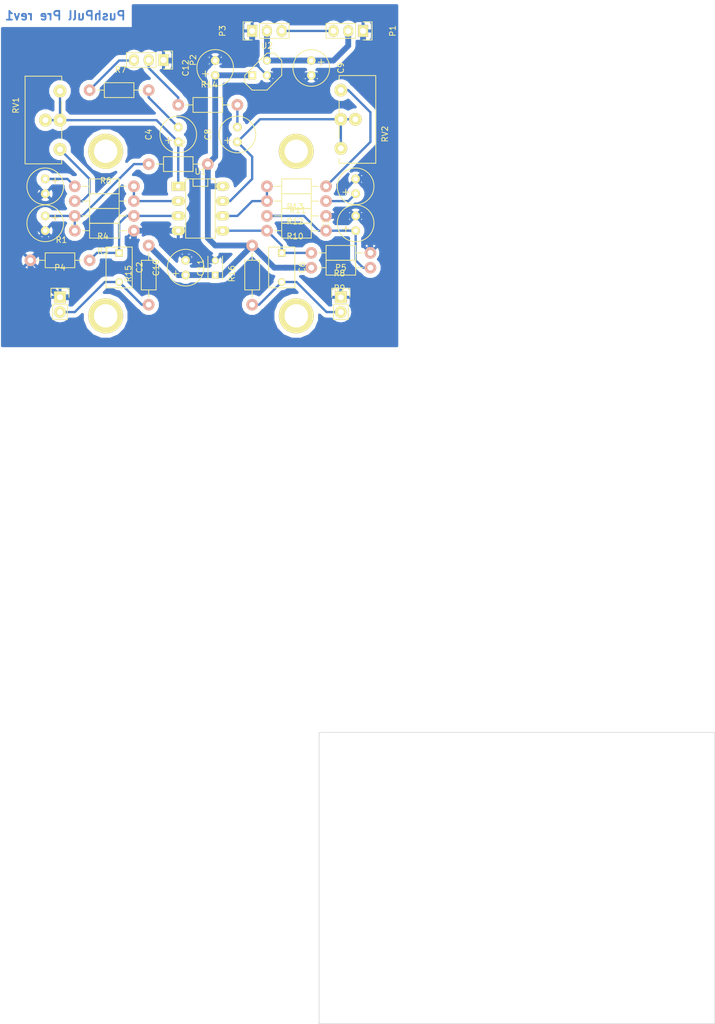
<source format=kicad_pcb>
(kicad_pcb (version 4) (host pcbnew "(2015-05-10 BZR 5649)-product")

  (general
    (links 66)
    (no_connects 0)
    (area 59.69 59.61 182.423221 235.229386)
    (thickness 1.6)
    (drawings 7)
    (tracks 151)
    (zones 0)
    (modules 41)
    (nets 23)
  )

  (page A4)
  (layers
    (0 F.Cu signal hide)
    (31 B.Cu signal)
    (32 B.Adhes user)
    (33 F.Adhes user)
    (34 B.Paste user)
    (35 F.Paste user)
    (36 B.SilkS user)
    (37 F.SilkS user)
    (38 B.Mask user)
    (39 F.Mask user)
    (40 Dwgs.User user)
    (41 Cmts.User user)
    (42 Eco1.User user)
    (43 Eco2.User user)
    (44 Edge.Cuts user)
    (45 Margin user)
    (46 B.CrtYd user)
    (47 F.CrtYd user)
    (48 B.Fab user)
    (49 F.Fab user)
  )

  (setup
    (last_trace_width 0.4)
    (trace_clearance 0.3)
    (zone_clearance 0.75)
    (zone_45_only no)
    (trace_min 0.2)
    (segment_width 0.2)
    (edge_width 0.1)
    (via_size 1.8)
    (via_drill 0.8)
    (via_min_size 0.4)
    (via_min_drill 0.3)
    (uvia_size 0.3)
    (uvia_drill 0.1)
    (uvias_allowed no)
    (uvia_min_size 0.2)
    (uvia_min_drill 0.1)
    (pcb_text_width 0.3)
    (pcb_text_size 1.5 1.5)
    (mod_edge_width 0.15)
    (mod_text_size 1 1)
    (mod_text_width 0.15)
    (pad_size 1.5 1.5)
    (pad_drill 0.6)
    (pad_to_mask_clearance 0)
    (aux_axis_origin 0 0)
    (grid_origin 107.95 107.87)
    (visible_elements FFFFFF7F)
    (pcbplotparams
      (layerselection 0x00030_80000001)
      (usegerberextensions false)
      (excludeedgelayer true)
      (linewidth 0.100000)
      (plotframeref false)
      (viasonmask false)
      (mode 1)
      (useauxorigin false)
      (hpglpennumber 1)
      (hpglpenspeed 20)
      (hpglpendiameter 15)
      (hpglpenoverlay 2)
      (psnegative false)
      (psa4output false)
      (plotreference true)
      (plotvalue true)
      (plotinvisibletext false)
      (padsonsilk false)
      (subtractmaskfromsilk false)
      (outputformat 1)
      (mirror false)
      (drillshape 1)
      (scaleselection 1)
      (outputdirectory ""))
  )

  (net 0 "")
  (net 1 GND)
  (net 2 "Net-(C1-Pad1)")
  (net 3 /in1)
  (net 4 "Net-(C3-Pad1)")
  (net 5 /out1)
  (net 6 "Net-(C4-Pad1)")
  (net 7 "Net-(C5-Pad1)")
  (net 8 /in2)
  (net 9 "Net-(C7-Pad1)")
  (net 10 /out2)
  (net 11 "Net-(C8-Pad1)")
  (net 12 "Net-(R5-Pad2)")
  (net 13 "Net-(R6-Pad1)")
  (net 14 "Net-(R12-Pad2)")
  (net 15 "Net-(R13-Pad1)")
  (net 16 "Net-(C2-Pad1)")
  (net 17 "Net-(C6-Pad1)")
  (net 18 "Net-(C4-Pad2)")
  (net 19 "Net-(C8-Pad2)")
  (net 20 "Net-(C9-Pad1)")
  (net 21 +3V3)
  (net 22 /TX)

  (net_class Default "This is the default net class."
    (clearance 0.3)
    (trace_width 0.4)
    (via_dia 1.8)
    (via_drill 0.8)
    (uvia_dia 0.3)
    (uvia_drill 0.1)
    (add_net /TX)
    (add_net /in1)
    (add_net /in2)
    (add_net /out1)
    (add_net /out2)
    (add_net "Net-(C1-Pad1)")
    (add_net "Net-(C2-Pad1)")
    (add_net "Net-(C3-Pad1)")
    (add_net "Net-(C4-Pad1)")
    (add_net "Net-(C4-Pad2)")
    (add_net "Net-(C5-Pad1)")
    (add_net "Net-(C6-Pad1)")
    (add_net "Net-(C7-Pad1)")
    (add_net "Net-(C8-Pad1)")
    (add_net "Net-(C8-Pad2)")
    (add_net "Net-(R12-Pad2)")
    (add_net "Net-(R13-Pad1)")
    (add_net "Net-(R5-Pad2)")
    (add_net "Net-(R6-Pad1)")
  )

  (net_class Supply ""
    (clearance 0.3)
    (trace_width 1)
    (via_dia 1.8)
    (via_drill 0.8)
    (uvia_dia 0.3)
    (uvia_drill 0.1)
    (add_net +3V3)
    (add_net GND)
    (add_net "Net-(C9-Pad1)")
  )

  (module Capacitors_Elko_ThroughHole:Elko_vert_11.2x6.3mm_RM2.5 (layer F.Cu) (tedit 5454A15D) (tstamp 556B0C0C)
    (at 67.31 96.52 270)
    (descr "Electrolytic Capacitor, vertical, diameter 6,3mm, RM 2,5mm, radial,")
    (tags "Electrolytic Capacitor, vertical, diameter 6,3mm, RM 2,5mm, Elko, Electrolytkondensator, Kondensator gepolt, Durchmesser 6,3mm, radial,")
    (path /556B28CB)
    (fp_text reference C1 (at 1.27 -5.08 270) (layer F.SilkS)
      (effects (font (size 1 1) (thickness 0.15)))
    )
    (fp_text value 1µ (at 1.27 5.08 270) (layer F.Fab)
      (effects (font (size 1 1) (thickness 0.15)))
    )
    (fp_line (start 0.26924 -2.19964) (end 0.26924 -1.19888) (layer F.SilkS) (width 0.15))
    (fp_line (start -0.23114 -1.69926) (end 0.76962 -1.69926) (layer F.SilkS) (width 0.15))
    (fp_line (start 0.26924 -1.69926) (end 0.76962 -1.69926) (layer F.Cu) (width 0.15))
    (fp_line (start 0.26924 -1.69926) (end 0.26924 -2.19964) (layer F.Cu) (width 0.15))
    (fp_line (start -0.23114 -1.69926) (end 0.26924 -1.69926) (layer F.Cu) (width 0.15))
    (fp_line (start 0.26924 -1.69926) (end 0.26924 -1.30048) (layer F.Cu) (width 0.15))
    (fp_line (start 0.26924 -1.30048) (end 0.26924 -1.19888) (layer F.Cu) (width 0.15))
    (fp_circle (center 1.27 0) (end 4.4196 0) (layer F.SilkS) (width 0.15))
    (pad 2 thru_hole circle (at 2.54 0 270) (size 1.50114 1.50114) (drill 0.8001) (layers *.Cu *.Mask F.SilkS)
      (net 1 GND))
    (pad 1 thru_hole circle (at 0 0 270) (size 1.50114 1.50114) (drill 0.8001) (layers *.Cu *.Mask F.SilkS)
      (net 2 "Net-(C1-Pad1)"))
    (model Capacitors_Elko_ThroughHole.3dshapes/Elko_vert_11.2x6.3mm_RM2.5.wrl
      (at (xyz 0 0 0))
      (scale (xyz 1 1 1))
      (rotate (xyz 0 0 0))
    )
  )

  (module Capacitors_Elko_ThroughHole:Elko_vert_11.2x6.3mm_RM2.5 (layer F.Cu) (tedit 5454A15D) (tstamp 556B0C18)
    (at 67.31 90.17 270)
    (descr "Electrolytic Capacitor, vertical, diameter 6,3mm, RM 2,5mm, radial,")
    (tags "Electrolytic Capacitor, vertical, diameter 6,3mm, RM 2,5mm, Elko, Electrolytkondensator, Kondensator gepolt, Durchmesser 6,3mm, radial,")
    (path /556B28E3)
    (fp_text reference C3 (at 1.27 -5.08 270) (layer F.SilkS)
      (effects (font (size 1 1) (thickness 0.15)))
    )
    (fp_text value 10µ (at 1.27 5.08 270) (layer F.Fab)
      (effects (font (size 1 1) (thickness 0.15)))
    )
    (fp_line (start 0.26924 -2.19964) (end 0.26924 -1.19888) (layer F.SilkS) (width 0.15))
    (fp_line (start -0.23114 -1.69926) (end 0.76962 -1.69926) (layer F.SilkS) (width 0.15))
    (fp_line (start 0.26924 -1.69926) (end 0.76962 -1.69926) (layer F.Cu) (width 0.15))
    (fp_line (start 0.26924 -1.69926) (end 0.26924 -2.19964) (layer F.Cu) (width 0.15))
    (fp_line (start -0.23114 -1.69926) (end 0.26924 -1.69926) (layer F.Cu) (width 0.15))
    (fp_line (start 0.26924 -1.69926) (end 0.26924 -1.30048) (layer F.Cu) (width 0.15))
    (fp_line (start 0.26924 -1.30048) (end 0.26924 -1.19888) (layer F.Cu) (width 0.15))
    (fp_circle (center 1.27 0) (end 4.4196 0) (layer F.SilkS) (width 0.15))
    (pad 2 thru_hole circle (at 2.54 0 270) (size 1.50114 1.50114) (drill 0.8001) (layers *.Cu *.Mask F.SilkS)
      (net 1 GND))
    (pad 1 thru_hole circle (at 0 0 270) (size 1.50114 1.50114) (drill 0.8001) (layers *.Cu *.Mask F.SilkS)
      (net 4 "Net-(C3-Pad1)"))
    (model Capacitors_Elko_ThroughHole.3dshapes/Elko_vert_11.2x6.3mm_RM2.5.wrl
      (at (xyz 0 0 0))
      (scale (xyz 1 1 1))
      (rotate (xyz 0 0 0))
    )
  )

  (module Capacitors_Elko_ThroughHole:Elko_vert_11.2x6.3mm_RM2.5 (layer F.Cu) (tedit 5454A15D) (tstamp 556B0C1E)
    (at 90.17 83.82 90)
    (descr "Electrolytic Capacitor, vertical, diameter 6,3mm, RM 2,5mm, radial,")
    (tags "Electrolytic Capacitor, vertical, diameter 6,3mm, RM 2,5mm, Elko, Electrolytkondensator, Kondensator gepolt, Durchmesser 6,3mm, radial,")
    (path /556B28E9)
    (fp_text reference C4 (at 1.27 -5.08 90) (layer F.SilkS)
      (effects (font (size 1 1) (thickness 0.15)))
    )
    (fp_text value 10µ (at 1.27 5.08 90) (layer F.Fab)
      (effects (font (size 1 1) (thickness 0.15)))
    )
    (fp_line (start 0.26924 -2.19964) (end 0.26924 -1.19888) (layer F.SilkS) (width 0.15))
    (fp_line (start -0.23114 -1.69926) (end 0.76962 -1.69926) (layer F.SilkS) (width 0.15))
    (fp_line (start 0.26924 -1.69926) (end 0.76962 -1.69926) (layer F.Cu) (width 0.15))
    (fp_line (start 0.26924 -1.69926) (end 0.26924 -2.19964) (layer F.Cu) (width 0.15))
    (fp_line (start -0.23114 -1.69926) (end 0.26924 -1.69926) (layer F.Cu) (width 0.15))
    (fp_line (start 0.26924 -1.69926) (end 0.26924 -1.30048) (layer F.Cu) (width 0.15))
    (fp_line (start 0.26924 -1.30048) (end 0.26924 -1.19888) (layer F.Cu) (width 0.15))
    (fp_circle (center 1.27 0) (end 4.4196 0) (layer F.SilkS) (width 0.15))
    (pad 2 thru_hole circle (at 2.54 0 90) (size 1.50114 1.50114) (drill 0.8001) (layers *.Cu *.Mask F.SilkS)
      (net 18 "Net-(C4-Pad2)"))
    (pad 1 thru_hole circle (at 0 0 90) (size 1.50114 1.50114) (drill 0.8001) (layers *.Cu *.Mask F.SilkS)
      (net 6 "Net-(C4-Pad1)"))
    (model Capacitors_Elko_ThroughHole.3dshapes/Elko_vert_11.2x6.3mm_RM2.5.wrl
      (at (xyz 0 0 0))
      (scale (xyz 1 1 1))
      (rotate (xyz 0 0 0))
    )
  )

  (module Capacitors_Elko_ThroughHole:Elko_vert_11.2x6.3mm_RM2.5 (layer F.Cu) (tedit 5454A15D) (tstamp 556B0C24)
    (at 120.65 99.06 90)
    (descr "Electrolytic Capacitor, vertical, diameter 6,3mm, RM 2,5mm, radial,")
    (tags "Electrolytic Capacitor, vertical, diameter 6,3mm, RM 2,5mm, Elko, Electrolytkondensator, Kondensator gepolt, Durchmesser 6,3mm, radial,")
    (path /556AED68)
    (fp_text reference C5 (at 1.27 -5.08 90) (layer F.SilkS)
      (effects (font (size 1 1) (thickness 0.15)))
    )
    (fp_text value 1µ (at 1.27 5.08 90) (layer F.Fab)
      (effects (font (size 1 1) (thickness 0.15)))
    )
    (fp_line (start 0.26924 -2.19964) (end 0.26924 -1.19888) (layer F.SilkS) (width 0.15))
    (fp_line (start -0.23114 -1.69926) (end 0.76962 -1.69926) (layer F.SilkS) (width 0.15))
    (fp_line (start 0.26924 -1.69926) (end 0.76962 -1.69926) (layer F.Cu) (width 0.15))
    (fp_line (start 0.26924 -1.69926) (end 0.26924 -2.19964) (layer F.Cu) (width 0.15))
    (fp_line (start -0.23114 -1.69926) (end 0.26924 -1.69926) (layer F.Cu) (width 0.15))
    (fp_line (start 0.26924 -1.69926) (end 0.26924 -1.30048) (layer F.Cu) (width 0.15))
    (fp_line (start 0.26924 -1.30048) (end 0.26924 -1.19888) (layer F.Cu) (width 0.15))
    (fp_circle (center 1.27 0) (end 4.4196 0) (layer F.SilkS) (width 0.15))
    (pad 2 thru_hole circle (at 2.54 0 90) (size 1.50114 1.50114) (drill 0.8001) (layers *.Cu *.Mask F.SilkS)
      (net 1 GND))
    (pad 1 thru_hole circle (at 0 0 90) (size 1.50114 1.50114) (drill 0.8001) (layers *.Cu *.Mask F.SilkS)
      (net 7 "Net-(C5-Pad1)"))
    (model Capacitors_Elko_ThroughHole.3dshapes/Elko_vert_11.2x6.3mm_RM2.5.wrl
      (at (xyz 0 0 0))
      (scale (xyz 1 1 1))
      (rotate (xyz 0 0 0))
    )
  )

  (module Capacitors_Elko_ThroughHole:Elko_vert_11.2x6.3mm_RM2.5 (layer F.Cu) (tedit 5454A15D) (tstamp 556B0C30)
    (at 120.65 92.71 90)
    (descr "Electrolytic Capacitor, vertical, diameter 6,3mm, RM 2,5mm, radial,")
    (tags "Electrolytic Capacitor, vertical, diameter 6,3mm, RM 2,5mm, Elko, Electrolytkondensator, Kondensator gepolt, Durchmesser 6,3mm, radial,")
    (path /556AF1A5)
    (fp_text reference C7 (at 1.27 -5.08 90) (layer F.SilkS)
      (effects (font (size 1 1) (thickness 0.15)))
    )
    (fp_text value 10µ (at 1.27 5.08 90) (layer F.Fab)
      (effects (font (size 1 1) (thickness 0.15)))
    )
    (fp_line (start 0.26924 -2.19964) (end 0.26924 -1.19888) (layer F.SilkS) (width 0.15))
    (fp_line (start -0.23114 -1.69926) (end 0.76962 -1.69926) (layer F.SilkS) (width 0.15))
    (fp_line (start 0.26924 -1.69926) (end 0.76962 -1.69926) (layer F.Cu) (width 0.15))
    (fp_line (start 0.26924 -1.69926) (end 0.26924 -2.19964) (layer F.Cu) (width 0.15))
    (fp_line (start -0.23114 -1.69926) (end 0.26924 -1.69926) (layer F.Cu) (width 0.15))
    (fp_line (start 0.26924 -1.69926) (end 0.26924 -1.30048) (layer F.Cu) (width 0.15))
    (fp_line (start 0.26924 -1.30048) (end 0.26924 -1.19888) (layer F.Cu) (width 0.15))
    (fp_circle (center 1.27 0) (end 4.4196 0) (layer F.SilkS) (width 0.15))
    (pad 2 thru_hole circle (at 2.54 0 90) (size 1.50114 1.50114) (drill 0.8001) (layers *.Cu *.Mask F.SilkS)
      (net 1 GND))
    (pad 1 thru_hole circle (at 0 0 90) (size 1.50114 1.50114) (drill 0.8001) (layers *.Cu *.Mask F.SilkS)
      (net 9 "Net-(C7-Pad1)"))
    (model Capacitors_Elko_ThroughHole.3dshapes/Elko_vert_11.2x6.3mm_RM2.5.wrl
      (at (xyz 0 0 0))
      (scale (xyz 1 1 1))
      (rotate (xyz 0 0 0))
    )
  )

  (module Capacitors_Elko_ThroughHole:Elko_vert_11.2x6.3mm_RM2.5 (layer F.Cu) (tedit 5454A15D) (tstamp 556B0C36)
    (at 100.33 83.82 90)
    (descr "Electrolytic Capacitor, vertical, diameter 6,3mm, RM 2,5mm, radial,")
    (tags "Electrolytic Capacitor, vertical, diameter 6,3mm, RM 2,5mm, Elko, Electrolytkondensator, Kondensator gepolt, Durchmesser 6,3mm, radial,")
    (path /556AF32E)
    (fp_text reference C8 (at 1.27 -5.08 90) (layer F.SilkS)
      (effects (font (size 1 1) (thickness 0.15)))
    )
    (fp_text value 10µ (at 1.27 5.08 90) (layer F.Fab)
      (effects (font (size 1 1) (thickness 0.15)))
    )
    (fp_line (start 0.26924 -2.19964) (end 0.26924 -1.19888) (layer F.SilkS) (width 0.15))
    (fp_line (start -0.23114 -1.69926) (end 0.76962 -1.69926) (layer F.SilkS) (width 0.15))
    (fp_line (start 0.26924 -1.69926) (end 0.76962 -1.69926) (layer F.Cu) (width 0.15))
    (fp_line (start 0.26924 -1.69926) (end 0.26924 -2.19964) (layer F.Cu) (width 0.15))
    (fp_line (start -0.23114 -1.69926) (end 0.26924 -1.69926) (layer F.Cu) (width 0.15))
    (fp_line (start 0.26924 -1.69926) (end 0.26924 -1.30048) (layer F.Cu) (width 0.15))
    (fp_line (start 0.26924 -1.30048) (end 0.26924 -1.19888) (layer F.Cu) (width 0.15))
    (fp_circle (center 1.27 0) (end 4.4196 0) (layer F.SilkS) (width 0.15))
    (pad 2 thru_hole circle (at 2.54 0 90) (size 1.50114 1.50114) (drill 0.8001) (layers *.Cu *.Mask F.SilkS)
      (net 19 "Net-(C8-Pad2)"))
    (pad 1 thru_hole circle (at 0 0 90) (size 1.50114 1.50114) (drill 0.8001) (layers *.Cu *.Mask F.SilkS)
      (net 11 "Net-(C8-Pad1)"))
    (model Capacitors_Elko_ThroughHole.3dshapes/Elko_vert_11.2x6.3mm_RM2.5.wrl
      (at (xyz 0 0 0))
      (scale (xyz 1 1 1))
      (rotate (xyz 0 0 0))
    )
  )

  (module Capacitors_Elko_ThroughHole:Elko_vert_11.2x6.3mm_RM2.5 (layer F.Cu) (tedit 5454A15D) (tstamp 556B0C3C)
    (at 113.03 69.85 270)
    (descr "Electrolytic Capacitor, vertical, diameter 6,3mm, RM 2,5mm, radial,")
    (tags "Electrolytic Capacitor, vertical, diameter 6,3mm, RM 2,5mm, Elko, Electrolytkondensator, Kondensator gepolt, Durchmesser 6,3mm, radial,")
    (path /556DC2C0)
    (fp_text reference C9 (at 1.27 -5.08 270) (layer F.SilkS)
      (effects (font (size 1 1) (thickness 0.15)))
    )
    (fp_text value 1µ (at 1.27 5.08 270) (layer F.Fab)
      (effects (font (size 1 1) (thickness 0.15)))
    )
    (fp_line (start 0.26924 -2.19964) (end 0.26924 -1.19888) (layer F.SilkS) (width 0.15))
    (fp_line (start -0.23114 -1.69926) (end 0.76962 -1.69926) (layer F.SilkS) (width 0.15))
    (fp_line (start 0.26924 -1.69926) (end 0.76962 -1.69926) (layer F.Cu) (width 0.15))
    (fp_line (start 0.26924 -1.69926) (end 0.26924 -2.19964) (layer F.Cu) (width 0.15))
    (fp_line (start -0.23114 -1.69926) (end 0.26924 -1.69926) (layer F.Cu) (width 0.15))
    (fp_line (start 0.26924 -1.69926) (end 0.26924 -1.30048) (layer F.Cu) (width 0.15))
    (fp_line (start 0.26924 -1.30048) (end 0.26924 -1.19888) (layer F.Cu) (width 0.15))
    (fp_circle (center 1.27 0) (end 4.4196 0) (layer F.SilkS) (width 0.15))
    (pad 2 thru_hole circle (at 2.54 0 270) (size 1.50114 1.50114) (drill 0.8001) (layers *.Cu *.Mask F.SilkS)
      (net 1 GND))
    (pad 1 thru_hole circle (at 0 0 270) (size 1.50114 1.50114) (drill 0.8001) (layers *.Cu *.Mask F.SilkS)
      (net 20 "Net-(C9-Pad1)"))
    (model Capacitors_Elko_ThroughHole.3dshapes/Elko_vert_11.2x6.3mm_RM2.5.wrl
      (at (xyz 0 0 0))
      (scale (xyz 1 1 1))
      (rotate (xyz 0 0 0))
    )
  )

  (module Capacitors_Elko_ThroughHole:Elko_vert_11.2x6.3mm_RM2.5 (layer F.Cu) (tedit 5454A15D) (tstamp 556B0C42)
    (at 91.44 106.68 90)
    (descr "Electrolytic Capacitor, vertical, diameter 6,3mm, RM 2,5mm, radial,")
    (tags "Electrolytic Capacitor, vertical, diameter 6,3mm, RM 2,5mm, Elko, Electrolytkondensator, Kondensator gepolt, Durchmesser 6,3mm, radial,")
    (path /556AFCF8)
    (fp_text reference C10 (at 1.27 -5.08 90) (layer F.SilkS)
      (effects (font (size 1 1) (thickness 0.15)))
    )
    (fp_text value 1µ (at 1.27 5.08 90) (layer F.Fab)
      (effects (font (size 1 1) (thickness 0.15)))
    )
    (fp_line (start 0.26924 -2.19964) (end 0.26924 -1.19888) (layer F.SilkS) (width 0.15))
    (fp_line (start -0.23114 -1.69926) (end 0.76962 -1.69926) (layer F.SilkS) (width 0.15))
    (fp_line (start 0.26924 -1.69926) (end 0.76962 -1.69926) (layer F.Cu) (width 0.15))
    (fp_line (start 0.26924 -1.69926) (end 0.26924 -2.19964) (layer F.Cu) (width 0.15))
    (fp_line (start -0.23114 -1.69926) (end 0.26924 -1.69926) (layer F.Cu) (width 0.15))
    (fp_line (start 0.26924 -1.69926) (end 0.26924 -1.30048) (layer F.Cu) (width 0.15))
    (fp_line (start 0.26924 -1.30048) (end 0.26924 -1.19888) (layer F.Cu) (width 0.15))
    (fp_circle (center 1.27 0) (end 4.4196 0) (layer F.SilkS) (width 0.15))
    (pad 2 thru_hole circle (at 2.54 0 90) (size 1.50114 1.50114) (drill 0.8001) (layers *.Cu *.Mask F.SilkS)
      (net 1 GND))
    (pad 1 thru_hole circle (at 0 0 90) (size 1.50114 1.50114) (drill 0.8001) (layers *.Cu *.Mask F.SilkS)
      (net 21 +3V3))
    (model Capacitors_Elko_ThroughHole.3dshapes/Elko_vert_11.2x6.3mm_RM2.5.wrl
      (at (xyz 0 0 0))
      (scale (xyz 1 1 1))
      (rotate (xyz 0 0 0))
    )
  )

  (module Capacitors_ThroughHole:C_Rect_L4_W2.5_P2.5 (layer F.Cu) (tedit 0) (tstamp 556B0C48)
    (at 96.52 106.68 90)
    (descr "Film Capacitor Length 4mm x Width 2.5mm, Pitch 2.5mm")
    (tags Capacitor)
    (path /556AFE47)
    (fp_text reference C11 (at 1.25 -2.5 90) (layer F.SilkS)
      (effects (font (size 1 1) (thickness 0.15)))
    )
    (fp_text value 100n (at 1.25 2.5 90) (layer F.Fab)
      (effects (font (size 1 1) (thickness 0.15)))
    )
    (fp_line (start -1 -1.5) (end 3.5 -1.5) (layer F.CrtYd) (width 0.05))
    (fp_line (start 3.5 -1.5) (end 3.5 1.5) (layer F.CrtYd) (width 0.05))
    (fp_line (start 3.5 1.5) (end -1 1.5) (layer F.CrtYd) (width 0.05))
    (fp_line (start -1 1.5) (end -1 -1.5) (layer F.CrtYd) (width 0.05))
    (fp_line (start -0.75 -1.25) (end 3.25 -1.25) (layer F.SilkS) (width 0.15))
    (fp_line (start -0.75 1.25) (end 3.25 1.25) (layer F.SilkS) (width 0.15))
    (pad 1 thru_hole rect (at 0 0 90) (size 1.2 1.2) (drill 0.7) (layers *.Cu *.Mask F.SilkS)
      (net 21 +3V3))
    (pad 2 thru_hole circle (at 2.5 0 90) (size 1.2 1.2) (drill 0.7) (layers *.Cu *.Mask F.SilkS)
      (net 1 GND))
  )

  (module Capacitors_Elko_ThroughHole:Elko_vert_11.2x6.3mm_RM2.5 (layer F.Cu) (tedit 5454A15D) (tstamp 556B0C4E)
    (at 96.52 72.39 90)
    (descr "Electrolytic Capacitor, vertical, diameter 6,3mm, RM 2,5mm, radial,")
    (tags "Electrolytic Capacitor, vertical, diameter 6,3mm, RM 2,5mm, Elko, Electrolytkondensator, Kondensator gepolt, Durchmesser 6,3mm, radial,")
    (path /556DC398)
    (fp_text reference C12 (at 1.27 -5.08 90) (layer F.SilkS)
      (effects (font (size 1 1) (thickness 0.15)))
    )
    (fp_text value 4µ7 (at 1.27 5.08 90) (layer F.Fab)
      (effects (font (size 1 1) (thickness 0.15)))
    )
    (fp_line (start 0.26924 -2.19964) (end 0.26924 -1.19888) (layer F.SilkS) (width 0.15))
    (fp_line (start -0.23114 -1.69926) (end 0.76962 -1.69926) (layer F.SilkS) (width 0.15))
    (fp_line (start 0.26924 -1.69926) (end 0.76962 -1.69926) (layer F.Cu) (width 0.15))
    (fp_line (start 0.26924 -1.69926) (end 0.26924 -2.19964) (layer F.Cu) (width 0.15))
    (fp_line (start -0.23114 -1.69926) (end 0.26924 -1.69926) (layer F.Cu) (width 0.15))
    (fp_line (start 0.26924 -1.69926) (end 0.26924 -1.30048) (layer F.Cu) (width 0.15))
    (fp_line (start 0.26924 -1.30048) (end 0.26924 -1.19888) (layer F.Cu) (width 0.15))
    (fp_circle (center 1.27 0) (end 4.4196 0) (layer F.SilkS) (width 0.15))
    (pad 2 thru_hole circle (at 2.54 0 90) (size 1.50114 1.50114) (drill 0.8001) (layers *.Cu *.Mask F.SilkS)
      (net 1 GND))
    (pad 1 thru_hole circle (at 0 0 90) (size 1.50114 1.50114) (drill 0.8001) (layers *.Cu *.Mask F.SilkS)
      (net 21 +3V3))
    (model Capacitors_Elko_ThroughHole.3dshapes/Elko_vert_11.2x6.3mm_RM2.5.wrl
      (at (xyz 0 0 0))
      (scale (xyz 1 1 1))
      (rotate (xyz 0 0 0))
    )
  )

  (module Pin_Headers:Pin_Header_Straight_1x03 (layer F.Cu) (tedit 0) (tstamp 556B0C61)
    (at 87.63 69.77 270)
    (descr "Through hole pin header")
    (tags "pin header")
    (path /556B3690)
    (fp_text reference P2 (at 0 -5.1 270) (layer F.SilkS)
      (effects (font (size 1 1) (thickness 0.15)))
    )
    (fp_text value OUT (at 0 -3.1 270) (layer F.Fab)
      (effects (font (size 1 1) (thickness 0.15)))
    )
    (fp_line (start -1.75 -1.75) (end -1.75 6.85) (layer F.CrtYd) (width 0.05))
    (fp_line (start 1.75 -1.75) (end 1.75 6.85) (layer F.CrtYd) (width 0.05))
    (fp_line (start -1.75 -1.75) (end 1.75 -1.75) (layer F.CrtYd) (width 0.05))
    (fp_line (start -1.75 6.85) (end 1.75 6.85) (layer F.CrtYd) (width 0.05))
    (fp_line (start -1.27 1.27) (end -1.27 6.35) (layer F.SilkS) (width 0.15))
    (fp_line (start -1.27 6.35) (end 1.27 6.35) (layer F.SilkS) (width 0.15))
    (fp_line (start 1.27 6.35) (end 1.27 1.27) (layer F.SilkS) (width 0.15))
    (fp_line (start 1.55 -1.55) (end 1.55 0) (layer F.SilkS) (width 0.15))
    (fp_line (start 1.27 1.27) (end -1.27 1.27) (layer F.SilkS) (width 0.15))
    (fp_line (start -1.55 0) (end -1.55 -1.55) (layer F.SilkS) (width 0.15))
    (fp_line (start -1.55 -1.55) (end 1.55 -1.55) (layer F.SilkS) (width 0.15))
    (pad 1 thru_hole rect (at 0 0 270) (size 2.032 1.7272) (drill 1.016) (layers *.Cu *.Mask F.SilkS)
      (net 1 GND))
    (pad 2 thru_hole oval (at 0 2.54 270) (size 2.032 1.7272) (drill 1.016) (layers *.Cu *.Mask F.SilkS)
      (net 10 /out2))
    (pad 3 thru_hole oval (at 0 5.08 270) (size 2.032 1.7272) (drill 1.016) (layers *.Cu *.Mask F.SilkS)
      (net 5 /out1))
    (model Pin_Headers.3dshapes/Pin_Header_Straight_1x03.wrl
      (at (xyz 0 -0.1 0))
      (scale (xyz 1 1 1))
      (rotate (xyz 0 0 90))
    )
  )

  (module Resistors_ThroughHole:Resistor_Horizontal_RM10mm (layer F.Cu) (tedit 53F56209) (tstamp 556B0C6D)
    (at 69.85 104.14)
    (descr "Resistor, Axial,  RM 10mm, 1/3W,")
    (tags "Resistor, Axial, RM 10mm, 1/3W,")
    (path /556B28AD)
    (fp_text reference R1 (at 0.24892 -3.50012) (layer F.SilkS)
      (effects (font (size 1 1) (thickness 0.15)))
    )
    (fp_text value 100k (at 3.81 3.81) (layer F.Fab)
      (effects (font (size 1 1) (thickness 0.15)))
    )
    (fp_line (start -2.54 -1.27) (end 2.54 -1.27) (layer F.SilkS) (width 0.15))
    (fp_line (start 2.54 -1.27) (end 2.54 1.27) (layer F.SilkS) (width 0.15))
    (fp_line (start 2.54 1.27) (end -2.54 1.27) (layer F.SilkS) (width 0.15))
    (fp_line (start -2.54 1.27) (end -2.54 -1.27) (layer F.SilkS) (width 0.15))
    (fp_line (start -2.54 0) (end -3.81 0) (layer F.SilkS) (width 0.15))
    (fp_line (start 2.54 0) (end 3.81 0) (layer F.SilkS) (width 0.15))
    (pad 1 thru_hole circle (at -5.08 0) (size 1.99898 1.99898) (drill 1.00076) (layers *.Cu *.SilkS *.Mask)
      (net 1 GND))
    (pad 2 thru_hole circle (at 5.08 0) (size 1.99898 1.99898) (drill 1.00076) (layers *.Cu *.SilkS *.Mask)
      (net 16 "Net-(C2-Pad1)"))
    (model Resistors_ThroughHole.3dshapes/Resistor_Horizontal_RM10mm.wrl
      (at (xyz 0 0 0))
      (scale (xyz 0.4 0.4 0.4))
      (rotate (xyz 0 0 0))
    )
  )

  (module Resistors_ThroughHole:Resistor_Horizontal_RM10mm (layer F.Cu) (tedit 53F56209) (tstamp 556B0C73)
    (at 90.17 87.63)
    (descr "Resistor, Axial,  RM 10mm, 1/3W,")
    (tags "Resistor, Axial, RM 10mm, 1/3W,")
    (path /556B28B9)
    (fp_text reference R2 (at 0.24892 -3.50012) (layer F.SilkS)
      (effects (font (size 1 1) (thickness 0.15)))
    )
    (fp_text value 100k (at 3.81 3.81) (layer F.Fab)
      (effects (font (size 1 1) (thickness 0.15)))
    )
    (fp_line (start -2.54 -1.27) (end 2.54 -1.27) (layer F.SilkS) (width 0.15))
    (fp_line (start 2.54 -1.27) (end 2.54 1.27) (layer F.SilkS) (width 0.15))
    (fp_line (start 2.54 1.27) (end -2.54 1.27) (layer F.SilkS) (width 0.15))
    (fp_line (start -2.54 1.27) (end -2.54 -1.27) (layer F.SilkS) (width 0.15))
    (fp_line (start -2.54 0) (end -3.81 0) (layer F.SilkS) (width 0.15))
    (fp_line (start 2.54 0) (end 3.81 0) (layer F.SilkS) (width 0.15))
    (pad 1 thru_hole circle (at -5.08 0) (size 1.99898 1.99898) (drill 1.00076) (layers *.Cu *.SilkS *.Mask)
      (net 2 "Net-(C1-Pad1)"))
    (pad 2 thru_hole circle (at 5.08 0) (size 1.99898 1.99898) (drill 1.00076) (layers *.Cu *.SilkS *.Mask)
      (net 21 +3V3))
    (model Resistors_ThroughHole.3dshapes/Resistor_Horizontal_RM10mm.wrl
      (at (xyz 0 0 0))
      (scale (xyz 0.4 0.4 0.4))
      (rotate (xyz 0 0 0))
    )
  )

  (module Resistors_ThroughHole:Resistor_Horizontal_RM10mm (layer F.Cu) (tedit 53F56209) (tstamp 556B0C79)
    (at 77.47 99.06 180)
    (descr "Resistor, Axial,  RM 10mm, 1/3W,")
    (tags "Resistor, Axial, RM 10mm, 1/3W,")
    (path /556B28B3)
    (fp_text reference R3 (at 0.24892 -3.50012 180) (layer F.SilkS)
      (effects (font (size 1 1) (thickness 0.15)))
    )
    (fp_text value 100k (at 3.81 3.81 180) (layer F.Fab)
      (effects (font (size 1 1) (thickness 0.15)))
    )
    (fp_line (start -2.54 -1.27) (end 2.54 -1.27) (layer F.SilkS) (width 0.15))
    (fp_line (start 2.54 -1.27) (end 2.54 1.27) (layer F.SilkS) (width 0.15))
    (fp_line (start 2.54 1.27) (end -2.54 1.27) (layer F.SilkS) (width 0.15))
    (fp_line (start -2.54 1.27) (end -2.54 -1.27) (layer F.SilkS) (width 0.15))
    (fp_line (start -2.54 0) (end -3.81 0) (layer F.SilkS) (width 0.15))
    (fp_line (start 2.54 0) (end 3.81 0) (layer F.SilkS) (width 0.15))
    (pad 1 thru_hole circle (at -5.08 0 180) (size 1.99898 1.99898) (drill 1.00076) (layers *.Cu *.SilkS *.Mask)
      (net 1 GND))
    (pad 2 thru_hole circle (at 5.08 0 180) (size 1.99898 1.99898) (drill 1.00076) (layers *.Cu *.SilkS *.Mask)
      (net 2 "Net-(C1-Pad1)"))
    (model Resistors_ThroughHole.3dshapes/Resistor_Horizontal_RM10mm.wrl
      (at (xyz 0 0 0))
      (scale (xyz 0.4 0.4 0.4))
      (rotate (xyz 0 0 0))
    )
  )

  (module Resistors_ThroughHole:Resistor_Horizontal_RM10mm (layer F.Cu) (tedit 53F56209) (tstamp 556B0C7F)
    (at 77.47 96.52 180)
    (descr "Resistor, Axial,  RM 10mm, 1/3W,")
    (tags "Resistor, Axial, RM 10mm, 1/3W,")
    (path /556B2895)
    (fp_text reference R4 (at 0.24892 -3.50012 180) (layer F.SilkS)
      (effects (font (size 1 1) (thickness 0.15)))
    )
    (fp_text value 100k (at 3.81 3.81 180) (layer F.Fab)
      (effects (font (size 1 1) (thickness 0.15)))
    )
    (fp_line (start -2.54 -1.27) (end 2.54 -1.27) (layer F.SilkS) (width 0.15))
    (fp_line (start 2.54 -1.27) (end 2.54 1.27) (layer F.SilkS) (width 0.15))
    (fp_line (start 2.54 1.27) (end -2.54 1.27) (layer F.SilkS) (width 0.15))
    (fp_line (start -2.54 1.27) (end -2.54 -1.27) (layer F.SilkS) (width 0.15))
    (fp_line (start -2.54 0) (end -3.81 0) (layer F.SilkS) (width 0.15))
    (fp_line (start 2.54 0) (end 3.81 0) (layer F.SilkS) (width 0.15))
    (pad 1 thru_hole circle (at -5.08 0 180) (size 1.99898 1.99898) (drill 1.00076) (layers *.Cu *.SilkS *.Mask)
      (net 16 "Net-(C2-Pad1)"))
    (pad 2 thru_hole circle (at 5.08 0 180) (size 1.99898 1.99898) (drill 1.00076) (layers *.Cu *.SilkS *.Mask)
      (net 2 "Net-(C1-Pad1)"))
    (model Resistors_ThroughHole.3dshapes/Resistor_Horizontal_RM10mm.wrl
      (at (xyz 0 0 0))
      (scale (xyz 0.4 0.4 0.4))
      (rotate (xyz 0 0 0))
    )
  )

  (module Resistors_ThroughHole:Resistor_Horizontal_RM10mm (layer F.Cu) (tedit 53F56209) (tstamp 556B0C85)
    (at 77.47 91.44)
    (descr "Resistor, Axial,  RM 10mm, 1/3W,")
    (tags "Resistor, Axial, RM 10mm, 1/3W,")
    (path /556B28A7)
    (fp_text reference R5 (at 0.24892 -3.50012) (layer F.SilkS)
      (effects (font (size 1 1) (thickness 0.15)))
    )
    (fp_text value 1k (at 3.81 3.81) (layer F.Fab)
      (effects (font (size 1 1) (thickness 0.15)))
    )
    (fp_line (start -2.54 -1.27) (end 2.54 -1.27) (layer F.SilkS) (width 0.15))
    (fp_line (start 2.54 -1.27) (end 2.54 1.27) (layer F.SilkS) (width 0.15))
    (fp_line (start 2.54 1.27) (end -2.54 1.27) (layer F.SilkS) (width 0.15))
    (fp_line (start -2.54 1.27) (end -2.54 -1.27) (layer F.SilkS) (width 0.15))
    (fp_line (start -2.54 0) (end -3.81 0) (layer F.SilkS) (width 0.15))
    (fp_line (start 2.54 0) (end 3.81 0) (layer F.SilkS) (width 0.15))
    (pad 1 thru_hole circle (at -5.08 0) (size 1.99898 1.99898) (drill 1.00076) (layers *.Cu *.SilkS *.Mask)
      (net 4 "Net-(C3-Pad1)"))
    (pad 2 thru_hole circle (at 5.08 0) (size 1.99898 1.99898) (drill 1.00076) (layers *.Cu *.SilkS *.Mask)
      (net 12 "Net-(R5-Pad2)"))
    (model Resistors_ThroughHole.3dshapes/Resistor_Horizontal_RM10mm.wrl
      (at (xyz 0 0 0))
      (scale (xyz 0.4 0.4 0.4))
      (rotate (xyz 0 0 0))
    )
  )

  (module Resistors_ThroughHole:Resistor_Horizontal_RM10mm (layer F.Cu) (tedit 53F56209) (tstamp 556B0C8B)
    (at 77.47 93.98)
    (descr "Resistor, Axial,  RM 10mm, 1/3W,")
    (tags "Resistor, Axial, RM 10mm, 1/3W,")
    (path /556B28A1)
    (fp_text reference R6 (at 0.24892 -3.50012) (layer F.SilkS)
      (effects (font (size 1 1) (thickness 0.15)))
    )
    (fp_text value 1k (at 3.81 3.81) (layer F.Fab)
      (effects (font (size 1 1) (thickness 0.15)))
    )
    (fp_line (start -2.54 -1.27) (end 2.54 -1.27) (layer F.SilkS) (width 0.15))
    (fp_line (start 2.54 -1.27) (end 2.54 1.27) (layer F.SilkS) (width 0.15))
    (fp_line (start 2.54 1.27) (end -2.54 1.27) (layer F.SilkS) (width 0.15))
    (fp_line (start -2.54 1.27) (end -2.54 -1.27) (layer F.SilkS) (width 0.15))
    (fp_line (start -2.54 0) (end -3.81 0) (layer F.SilkS) (width 0.15))
    (fp_line (start 2.54 0) (end 3.81 0) (layer F.SilkS) (width 0.15))
    (pad 1 thru_hole circle (at -5.08 0) (size 1.99898 1.99898) (drill 1.00076) (layers *.Cu *.SilkS *.Mask)
      (net 13 "Net-(R6-Pad1)"))
    (pad 2 thru_hole circle (at 5.08 0) (size 1.99898 1.99898) (drill 1.00076) (layers *.Cu *.SilkS *.Mask)
      (net 12 "Net-(R5-Pad2)"))
    (model Resistors_ThroughHole.3dshapes/Resistor_Horizontal_RM10mm.wrl
      (at (xyz 0 0 0))
      (scale (xyz 0.4 0.4 0.4))
      (rotate (xyz 0 0 0))
    )
  )

  (module Resistors_ThroughHole:Resistor_Horizontal_RM10mm (layer F.Cu) (tedit 53F56209) (tstamp 556B0C91)
    (at 80.01 74.93)
    (descr "Resistor, Axial,  RM 10mm, 1/3W,")
    (tags "Resistor, Axial, RM 10mm, 1/3W,")
    (path /556B289B)
    (fp_text reference R7 (at 0.24892 -3.50012) (layer F.SilkS)
      (effects (font (size 1 1) (thickness 0.15)))
    )
    (fp_text value 100 (at 3.81 3.81) (layer F.Fab)
      (effects (font (size 1 1) (thickness 0.15)))
    )
    (fp_line (start -2.54 -1.27) (end 2.54 -1.27) (layer F.SilkS) (width 0.15))
    (fp_line (start 2.54 -1.27) (end 2.54 1.27) (layer F.SilkS) (width 0.15))
    (fp_line (start 2.54 1.27) (end -2.54 1.27) (layer F.SilkS) (width 0.15))
    (fp_line (start -2.54 1.27) (end -2.54 -1.27) (layer F.SilkS) (width 0.15))
    (fp_line (start -2.54 0) (end -3.81 0) (layer F.SilkS) (width 0.15))
    (fp_line (start 2.54 0) (end 3.81 0) (layer F.SilkS) (width 0.15))
    (pad 1 thru_hole circle (at -5.08 0) (size 1.99898 1.99898) (drill 1.00076) (layers *.Cu *.SilkS *.Mask)
      (net 5 /out1))
    (pad 2 thru_hole circle (at 5.08 0) (size 1.99898 1.99898) (drill 1.00076) (layers *.Cu *.SilkS *.Mask)
      (net 18 "Net-(C4-Pad2)"))
    (model Resistors_ThroughHole.3dshapes/Resistor_Horizontal_RM10mm.wrl
      (at (xyz 0 0 0))
      (scale (xyz 0.4 0.4 0.4))
      (rotate (xyz 0 0 0))
    )
  )

  (module Resistors_ThroughHole:Resistor_Horizontal_RM10mm (layer F.Cu) (tedit 53F56209) (tstamp 556B0C97)
    (at 118.11 102.87 180)
    (descr "Resistor, Axial,  RM 10mm, 1/3W,")
    (tags "Resistor, Axial, RM 10mm, 1/3W,")
    (path /556AE7B4)
    (fp_text reference R8 (at 0.24892 -3.50012 180) (layer F.SilkS)
      (effects (font (size 1 1) (thickness 0.15)))
    )
    (fp_text value 100k (at 3.81 3.81 180) (layer F.Fab)
      (effects (font (size 1 1) (thickness 0.15)))
    )
    (fp_line (start -2.54 -1.27) (end 2.54 -1.27) (layer F.SilkS) (width 0.15))
    (fp_line (start 2.54 -1.27) (end 2.54 1.27) (layer F.SilkS) (width 0.15))
    (fp_line (start 2.54 1.27) (end -2.54 1.27) (layer F.SilkS) (width 0.15))
    (fp_line (start -2.54 1.27) (end -2.54 -1.27) (layer F.SilkS) (width 0.15))
    (fp_line (start -2.54 0) (end -3.81 0) (layer F.SilkS) (width 0.15))
    (fp_line (start 2.54 0) (end 3.81 0) (layer F.SilkS) (width 0.15))
    (pad 1 thru_hole circle (at -5.08 0 180) (size 1.99898 1.99898) (drill 1.00076) (layers *.Cu *.SilkS *.Mask)
      (net 1 GND))
    (pad 2 thru_hole circle (at 5.08 0 180) (size 1.99898 1.99898) (drill 1.00076) (layers *.Cu *.SilkS *.Mask)
      (net 17 "Net-(C6-Pad1)"))
    (model Resistors_ThroughHole.3dshapes/Resistor_Horizontal_RM10mm.wrl
      (at (xyz 0 0 0))
      (scale (xyz 0.4 0.4 0.4))
      (rotate (xyz 0 0 0))
    )
  )

  (module Resistors_ThroughHole:Resistor_Horizontal_RM10mm (layer F.Cu) (tedit 53F56209) (tstamp 556B0C9D)
    (at 118.11 105.41 180)
    (descr "Resistor, Axial,  RM 10mm, 1/3W,")
    (tags "Resistor, Axial, RM 10mm, 1/3W,")
    (path /556AE83E)
    (fp_text reference R9 (at 0.24892 -3.50012 180) (layer F.SilkS)
      (effects (font (size 1 1) (thickness 0.15)))
    )
    (fp_text value 100k (at 3.81 3.81 180) (layer F.Fab)
      (effects (font (size 1 1) (thickness 0.15)))
    )
    (fp_line (start -2.54 -1.27) (end 2.54 -1.27) (layer F.SilkS) (width 0.15))
    (fp_line (start 2.54 -1.27) (end 2.54 1.27) (layer F.SilkS) (width 0.15))
    (fp_line (start 2.54 1.27) (end -2.54 1.27) (layer F.SilkS) (width 0.15))
    (fp_line (start -2.54 1.27) (end -2.54 -1.27) (layer F.SilkS) (width 0.15))
    (fp_line (start -2.54 0) (end -3.81 0) (layer F.SilkS) (width 0.15))
    (fp_line (start 2.54 0) (end 3.81 0) (layer F.SilkS) (width 0.15))
    (pad 1 thru_hole circle (at -5.08 0 180) (size 1.99898 1.99898) (drill 1.00076) (layers *.Cu *.SilkS *.Mask)
      (net 7 "Net-(C5-Pad1)"))
    (pad 2 thru_hole circle (at 5.08 0 180) (size 1.99898 1.99898) (drill 1.00076) (layers *.Cu *.SilkS *.Mask)
      (net 21 +3V3))
    (model Resistors_ThroughHole.3dshapes/Resistor_Horizontal_RM10mm.wrl
      (at (xyz 0 0 0))
      (scale (xyz 0.4 0.4 0.4))
      (rotate (xyz 0 0 0))
    )
  )

  (module Resistors_ThroughHole:Resistor_Horizontal_RM10mm (layer F.Cu) (tedit 53F56209) (tstamp 556B0CA3)
    (at 110.49 96.52 180)
    (descr "Resistor, Axial,  RM 10mm, 1/3W,")
    (tags "Resistor, Axial, RM 10mm, 1/3W,")
    (path /556AE7F2)
    (fp_text reference R10 (at 0.24892 -3.50012 180) (layer F.SilkS)
      (effects (font (size 1 1) (thickness 0.15)))
    )
    (fp_text value 100k (at 3.81 3.81 180) (layer F.Fab)
      (effects (font (size 1 1) (thickness 0.15)))
    )
    (fp_line (start -2.54 -1.27) (end 2.54 -1.27) (layer F.SilkS) (width 0.15))
    (fp_line (start 2.54 -1.27) (end 2.54 1.27) (layer F.SilkS) (width 0.15))
    (fp_line (start 2.54 1.27) (end -2.54 1.27) (layer F.SilkS) (width 0.15))
    (fp_line (start -2.54 1.27) (end -2.54 -1.27) (layer F.SilkS) (width 0.15))
    (fp_line (start -2.54 0) (end -3.81 0) (layer F.SilkS) (width 0.15))
    (fp_line (start 2.54 0) (end 3.81 0) (layer F.SilkS) (width 0.15))
    (pad 1 thru_hole circle (at -5.08 0 180) (size 1.99898 1.99898) (drill 1.00076) (layers *.Cu *.SilkS *.Mask)
      (net 1 GND))
    (pad 2 thru_hole circle (at 5.08 0 180) (size 1.99898 1.99898) (drill 1.00076) (layers *.Cu *.SilkS *.Mask)
      (net 7 "Net-(C5-Pad1)"))
    (model Resistors_ThroughHole.3dshapes/Resistor_Horizontal_RM10mm.wrl
      (at (xyz 0 0 0))
      (scale (xyz 0.4 0.4 0.4))
      (rotate (xyz 0 0 0))
    )
  )

  (module Resistors_ThroughHole:Resistor_Horizontal_RM10mm (layer F.Cu) (tedit 53F56209) (tstamp 556B0CA9)
    (at 110.49 99.06)
    (descr "Resistor, Axial,  RM 10mm, 1/3W,")
    (tags "Resistor, Axial, RM 10mm, 1/3W,")
    (path /556AE680)
    (fp_text reference R11 (at 0.24892 -3.50012) (layer F.SilkS)
      (effects (font (size 1 1) (thickness 0.15)))
    )
    (fp_text value 100k (at 3.81 3.81) (layer F.Fab)
      (effects (font (size 1 1) (thickness 0.15)))
    )
    (fp_line (start -2.54 -1.27) (end 2.54 -1.27) (layer F.SilkS) (width 0.15))
    (fp_line (start 2.54 -1.27) (end 2.54 1.27) (layer F.SilkS) (width 0.15))
    (fp_line (start 2.54 1.27) (end -2.54 1.27) (layer F.SilkS) (width 0.15))
    (fp_line (start -2.54 1.27) (end -2.54 -1.27) (layer F.SilkS) (width 0.15))
    (fp_line (start -2.54 0) (end -3.81 0) (layer F.SilkS) (width 0.15))
    (fp_line (start 2.54 0) (end 3.81 0) (layer F.SilkS) (width 0.15))
    (pad 1 thru_hole circle (at -5.08 0) (size 1.99898 1.99898) (drill 1.00076) (layers *.Cu *.SilkS *.Mask)
      (net 17 "Net-(C6-Pad1)"))
    (pad 2 thru_hole circle (at 5.08 0) (size 1.99898 1.99898) (drill 1.00076) (layers *.Cu *.SilkS *.Mask)
      (net 7 "Net-(C5-Pad1)"))
    (model Resistors_ThroughHole.3dshapes/Resistor_Horizontal_RM10mm.wrl
      (at (xyz 0 0 0))
      (scale (xyz 0.4 0.4 0.4))
      (rotate (xyz 0 0 0))
    )
  )

  (module Resistors_ThroughHole:Resistor_Horizontal_RM10mm (layer F.Cu) (tedit 53F56209) (tstamp 556B0CAF)
    (at 110.49 93.98 180)
    (descr "Resistor, Axial,  RM 10mm, 1/3W,")
    (tags "Resistor, Axial, RM 10mm, 1/3W,")
    (path /556AE77F)
    (fp_text reference R12 (at 0.24892 -3.50012 180) (layer F.SilkS)
      (effects (font (size 1 1) (thickness 0.15)))
    )
    (fp_text value 1k (at 3.81 3.81 180) (layer F.Fab)
      (effects (font (size 1 1) (thickness 0.15)))
    )
    (fp_line (start -2.54 -1.27) (end 2.54 -1.27) (layer F.SilkS) (width 0.15))
    (fp_line (start 2.54 -1.27) (end 2.54 1.27) (layer F.SilkS) (width 0.15))
    (fp_line (start 2.54 1.27) (end -2.54 1.27) (layer F.SilkS) (width 0.15))
    (fp_line (start -2.54 1.27) (end -2.54 -1.27) (layer F.SilkS) (width 0.15))
    (fp_line (start -2.54 0) (end -3.81 0) (layer F.SilkS) (width 0.15))
    (fp_line (start 2.54 0) (end 3.81 0) (layer F.SilkS) (width 0.15))
    (pad 1 thru_hole circle (at -5.08 0 180) (size 1.99898 1.99898) (drill 1.00076) (layers *.Cu *.SilkS *.Mask)
      (net 9 "Net-(C7-Pad1)"))
    (pad 2 thru_hole circle (at 5.08 0 180) (size 1.99898 1.99898) (drill 1.00076) (layers *.Cu *.SilkS *.Mask)
      (net 14 "Net-(R12-Pad2)"))
    (model Resistors_ThroughHole.3dshapes/Resistor_Horizontal_RM10mm.wrl
      (at (xyz 0 0 0))
      (scale (xyz 0.4 0.4 0.4))
      (rotate (xyz 0 0 0))
    )
  )

  (module Resistors_ThroughHole:Resistor_Horizontal_RM10mm (layer F.Cu) (tedit 53F56209) (tstamp 556B0CB5)
    (at 110.49 91.44 180)
    (descr "Resistor, Axial,  RM 10mm, 1/3W,")
    (tags "Resistor, Axial, RM 10mm, 1/3W,")
    (path /556AE739)
    (fp_text reference R13 (at 0.24892 -3.50012 180) (layer F.SilkS)
      (effects (font (size 1 1) (thickness 0.15)))
    )
    (fp_text value 1k (at 3.81 3.81 180) (layer F.Fab)
      (effects (font (size 1 1) (thickness 0.15)))
    )
    (fp_line (start -2.54 -1.27) (end 2.54 -1.27) (layer F.SilkS) (width 0.15))
    (fp_line (start 2.54 -1.27) (end 2.54 1.27) (layer F.SilkS) (width 0.15))
    (fp_line (start 2.54 1.27) (end -2.54 1.27) (layer F.SilkS) (width 0.15))
    (fp_line (start -2.54 1.27) (end -2.54 -1.27) (layer F.SilkS) (width 0.15))
    (fp_line (start -2.54 0) (end -3.81 0) (layer F.SilkS) (width 0.15))
    (fp_line (start 2.54 0) (end 3.81 0) (layer F.SilkS) (width 0.15))
    (pad 1 thru_hole circle (at -5.08 0 180) (size 1.99898 1.99898) (drill 1.00076) (layers *.Cu *.SilkS *.Mask)
      (net 15 "Net-(R13-Pad1)"))
    (pad 2 thru_hole circle (at 5.08 0 180) (size 1.99898 1.99898) (drill 1.00076) (layers *.Cu *.SilkS *.Mask)
      (net 14 "Net-(R12-Pad2)"))
    (model Resistors_ThroughHole.3dshapes/Resistor_Horizontal_RM10mm.wrl
      (at (xyz 0 0 0))
      (scale (xyz 0.4 0.4 0.4))
      (rotate (xyz 0 0 0))
    )
  )

  (module Resistors_ThroughHole:Resistor_Horizontal_RM10mm (layer F.Cu) (tedit 53F56209) (tstamp 556B0CBB)
    (at 95.25 77.47)
    (descr "Resistor, Axial,  RM 10mm, 1/3W,")
    (tags "Resistor, Axial, RM 10mm, 1/3W,")
    (path /556AE6B0)
    (fp_text reference R14 (at 0.24892 -3.50012) (layer F.SilkS)
      (effects (font (size 1 1) (thickness 0.15)))
    )
    (fp_text value 100 (at 3.81 3.81) (layer F.Fab)
      (effects (font (size 1 1) (thickness 0.15)))
    )
    (fp_line (start -2.54 -1.27) (end 2.54 -1.27) (layer F.SilkS) (width 0.15))
    (fp_line (start 2.54 -1.27) (end 2.54 1.27) (layer F.SilkS) (width 0.15))
    (fp_line (start 2.54 1.27) (end -2.54 1.27) (layer F.SilkS) (width 0.15))
    (fp_line (start -2.54 1.27) (end -2.54 -1.27) (layer F.SilkS) (width 0.15))
    (fp_line (start -2.54 0) (end -3.81 0) (layer F.SilkS) (width 0.15))
    (fp_line (start 2.54 0) (end 3.81 0) (layer F.SilkS) (width 0.15))
    (pad 1 thru_hole circle (at -5.08 0) (size 1.99898 1.99898) (drill 1.00076) (layers *.Cu *.SilkS *.Mask)
      (net 10 /out2))
    (pad 2 thru_hole circle (at 5.08 0) (size 1.99898 1.99898) (drill 1.00076) (layers *.Cu *.SilkS *.Mask)
      (net 19 "Net-(C8-Pad2)"))
    (model Resistors_ThroughHole.3dshapes/Resistor_Horizontal_RM10mm.wrl
      (at (xyz 0 0 0))
      (scale (xyz 0.4 0.4 0.4))
      (rotate (xyz 0 0 0))
    )
  )

  (module Housings_DIP:DIP-8__300_ELL (layer F.Cu) (tedit 0) (tstamp 556B0CD5)
    (at 93.98 95.25 270)
    (descr "8 pins DIL package, elliptical pads")
    (tags DIL)
    (path /556AE64E)
    (fp_text reference U1 (at -6.35 0 360) (layer F.SilkS)
      (effects (font (size 1 1) (thickness 0.15)))
    )
    (fp_text value TL072 (at 0 0 270) (layer F.Fab)
      (effects (font (size 1 1) (thickness 0.15)))
    )
    (fp_line (start -5.08 -1.27) (end -3.81 -1.27) (layer F.SilkS) (width 0.15))
    (fp_line (start -3.81 -1.27) (end -3.81 1.27) (layer F.SilkS) (width 0.15))
    (fp_line (start -3.81 1.27) (end -5.08 1.27) (layer F.SilkS) (width 0.15))
    (fp_line (start -5.08 -2.54) (end 5.08 -2.54) (layer F.SilkS) (width 0.15))
    (fp_line (start 5.08 -2.54) (end 5.08 2.54) (layer F.SilkS) (width 0.15))
    (fp_line (start 5.08 2.54) (end -5.08 2.54) (layer F.SilkS) (width 0.15))
    (fp_line (start -5.08 2.54) (end -5.08 -2.54) (layer F.SilkS) (width 0.15))
    (pad 1 thru_hole rect (at -3.81 3.81 270) (size 1.5748 2.286) (drill 0.8128) (layers *.Cu *.Mask F.SilkS)
      (net 6 "Net-(C4-Pad1)"))
    (pad 2 thru_hole oval (at -1.27 3.81 270) (size 1.5748 2.286) (drill 0.8128) (layers *.Cu *.Mask F.SilkS)
      (net 12 "Net-(R5-Pad2)"))
    (pad 3 thru_hole oval (at 1.27 3.81 270) (size 1.5748 2.286) (drill 0.8128) (layers *.Cu *.Mask F.SilkS)
      (net 16 "Net-(C2-Pad1)"))
    (pad 4 thru_hole oval (at 3.81 3.81 270) (size 1.5748 2.286) (drill 0.8128) (layers *.Cu *.Mask F.SilkS)
      (net 1 GND))
    (pad 5 thru_hole oval (at 3.81 -3.81 270) (size 1.5748 2.286) (drill 0.8128) (layers *.Cu *.Mask F.SilkS)
      (net 17 "Net-(C6-Pad1)"))
    (pad 6 thru_hole oval (at 1.27 -3.81 270) (size 1.5748 2.286) (drill 0.8128) (layers *.Cu *.Mask F.SilkS)
      (net 14 "Net-(R12-Pad2)"))
    (pad 7 thru_hole oval (at -1.27 -3.81 270) (size 1.5748 2.286) (drill 0.8128) (layers *.Cu *.Mask F.SilkS)
      (net 11 "Net-(C8-Pad1)"))
    (pad 8 thru_hole oval (at -3.81 -3.81 270) (size 1.5748 2.286) (drill 0.8128) (layers *.Cu *.Mask F.SilkS)
      (net 21 +3V3))
    (model Sockets_DIP.3dshapes/DIP-8__300_ELL.wrl
      (at (xyz 0 0 0))
      (scale (xyz 1 1 1))
      (rotate (xyz 0 0 0))
    )
  )

  (module Pin_Headers:Pin_Header_Straight_1x02 (layer F.Cu) (tedit 54EA090C) (tstamp 556DB68C)
    (at 69.85 110.49)
    (descr "Through hole pin header")
    (tags "pin header")
    (path /556DF9FE)
    (fp_text reference P4 (at 0 -5.1) (layer F.SilkS)
      (effects (font (size 1 1) (thickness 0.15)))
    )
    (fp_text value IN (at 0 -3.1) (layer F.Fab)
      (effects (font (size 1 1) (thickness 0.15)))
    )
    (fp_line (start 1.27 1.27) (end 1.27 3.81) (layer F.SilkS) (width 0.15))
    (fp_line (start 1.55 -1.55) (end 1.55 0) (layer F.SilkS) (width 0.15))
    (fp_line (start -1.75 -1.75) (end -1.75 4.3) (layer F.CrtYd) (width 0.05))
    (fp_line (start 1.75 -1.75) (end 1.75 4.3) (layer F.CrtYd) (width 0.05))
    (fp_line (start -1.75 -1.75) (end 1.75 -1.75) (layer F.CrtYd) (width 0.05))
    (fp_line (start -1.75 4.3) (end 1.75 4.3) (layer F.CrtYd) (width 0.05))
    (fp_line (start 1.27 1.27) (end -1.27 1.27) (layer F.SilkS) (width 0.15))
    (fp_line (start -1.55 0) (end -1.55 -1.55) (layer F.SilkS) (width 0.15))
    (fp_line (start -1.55 -1.55) (end 1.55 -1.55) (layer F.SilkS) (width 0.15))
    (fp_line (start -1.27 1.27) (end -1.27 3.81) (layer F.SilkS) (width 0.15))
    (fp_line (start -1.27 3.81) (end 1.27 3.81) (layer F.SilkS) (width 0.15))
    (pad 1 thru_hole rect (at 0 0) (size 2.032 2.032) (drill 1.016) (layers *.Cu *.Mask F.SilkS)
      (net 1 GND))
    (pad 2 thru_hole oval (at 0 2.54) (size 2.032 2.032) (drill 1.016) (layers *.Cu *.Mask F.SilkS)
      (net 3 /in1))
    (model Pin_Headers.3dshapes/Pin_Header_Straight_1x02.wrl
      (at (xyz 0 -0.05 0))
      (scale (xyz 1 1 1))
      (rotate (xyz 0 0 90))
    )
  )

  (module Pin_Headers:Pin_Header_Straight_1x02 (layer F.Cu) (tedit 54EA090C) (tstamp 556DB692)
    (at 118.11 110.49)
    (descr "Through hole pin header")
    (tags "pin header")
    (path /556DFE1D)
    (fp_text reference P5 (at 0 -5.1) (layer F.SilkS)
      (effects (font (size 1 1) (thickness 0.15)))
    )
    (fp_text value IN (at 0 -3.1) (layer F.Fab)
      (effects (font (size 1 1) (thickness 0.15)))
    )
    (fp_line (start 1.27 1.27) (end 1.27 3.81) (layer F.SilkS) (width 0.15))
    (fp_line (start 1.55 -1.55) (end 1.55 0) (layer F.SilkS) (width 0.15))
    (fp_line (start -1.75 -1.75) (end -1.75 4.3) (layer F.CrtYd) (width 0.05))
    (fp_line (start 1.75 -1.75) (end 1.75 4.3) (layer F.CrtYd) (width 0.05))
    (fp_line (start -1.75 -1.75) (end 1.75 -1.75) (layer F.CrtYd) (width 0.05))
    (fp_line (start -1.75 4.3) (end 1.75 4.3) (layer F.CrtYd) (width 0.05))
    (fp_line (start 1.27 1.27) (end -1.27 1.27) (layer F.SilkS) (width 0.15))
    (fp_line (start -1.55 0) (end -1.55 -1.55) (layer F.SilkS) (width 0.15))
    (fp_line (start -1.55 -1.55) (end 1.55 -1.55) (layer F.SilkS) (width 0.15))
    (fp_line (start -1.27 1.27) (end -1.27 3.81) (layer F.SilkS) (width 0.15))
    (fp_line (start -1.27 3.81) (end 1.27 3.81) (layer F.SilkS) (width 0.15))
    (pad 1 thru_hole rect (at 0 0) (size 2.032 2.032) (drill 1.016) (layers *.Cu *.Mask F.SilkS)
      (net 1 GND))
    (pad 2 thru_hole oval (at 0 2.54) (size 2.032 2.032) (drill 1.016) (layers *.Cu *.Mask F.SilkS)
      (net 8 /in2))
    (model Pin_Headers.3dshapes/Pin_Header_Straight_1x02.wrl
      (at (xyz 0 -0.05 0))
      (scale (xyz 1 1 1))
      (rotate (xyz 0 0 90))
    )
  )

  (module Resistors_ThroughHole:Resistor_Horizontal_RM10mm (layer F.Cu) (tedit 53F56209) (tstamp 556DB698)
    (at 85.09 106.68 90)
    (descr "Resistor, Axial,  RM 10mm, 1/3W,")
    (tags "Resistor, Axial, RM 10mm, 1/3W,")
    (path /556D99E5)
    (fp_text reference R15 (at 0.24892 -3.50012 90) (layer F.SilkS)
      (effects (font (size 1 1) (thickness 0.15)))
    )
    (fp_text value 22k (at 3.81 3.81 90) (layer F.Fab)
      (effects (font (size 1 1) (thickness 0.15)))
    )
    (fp_line (start -2.54 -1.27) (end 2.54 -1.27) (layer F.SilkS) (width 0.15))
    (fp_line (start 2.54 -1.27) (end 2.54 1.27) (layer F.SilkS) (width 0.15))
    (fp_line (start 2.54 1.27) (end -2.54 1.27) (layer F.SilkS) (width 0.15))
    (fp_line (start -2.54 1.27) (end -2.54 -1.27) (layer F.SilkS) (width 0.15))
    (fp_line (start -2.54 0) (end -3.81 0) (layer F.SilkS) (width 0.15))
    (fp_line (start 2.54 0) (end 3.81 0) (layer F.SilkS) (width 0.15))
    (pad 1 thru_hole circle (at -5.08 0 90) (size 1.99898 1.99898) (drill 1.00076) (layers *.Cu *.SilkS *.Mask)
      (net 3 /in1))
    (pad 2 thru_hole circle (at 5.08 0 90) (size 1.99898 1.99898) (drill 1.00076) (layers *.Cu *.SilkS *.Mask)
      (net 21 +3V3))
    (model Resistors_ThroughHole.3dshapes/Resistor_Horizontal_RM10mm.wrl
      (at (xyz 0 0 0))
      (scale (xyz 0.4 0.4 0.4))
      (rotate (xyz 0 0 0))
    )
  )

  (module Resistors_ThroughHole:Resistor_Horizontal_RM10mm (layer F.Cu) (tedit 53F56209) (tstamp 556DB69E)
    (at 102.87 106.68 90)
    (descr "Resistor, Axial,  RM 10mm, 1/3W,")
    (tags "Resistor, Axial, RM 10mm, 1/3W,")
    (path /556DA700)
    (fp_text reference R16 (at 0.24892 -3.50012 90) (layer F.SilkS)
      (effects (font (size 1 1) (thickness 0.15)))
    )
    (fp_text value 100k (at 3.81 3.81 90) (layer F.Fab)
      (effects (font (size 1 1) (thickness 0.15)))
    )
    (fp_line (start -2.54 -1.27) (end 2.54 -1.27) (layer F.SilkS) (width 0.15))
    (fp_line (start 2.54 -1.27) (end 2.54 1.27) (layer F.SilkS) (width 0.15))
    (fp_line (start 2.54 1.27) (end -2.54 1.27) (layer F.SilkS) (width 0.15))
    (fp_line (start -2.54 1.27) (end -2.54 -1.27) (layer F.SilkS) (width 0.15))
    (fp_line (start -2.54 0) (end -3.81 0) (layer F.SilkS) (width 0.15))
    (fp_line (start 2.54 0) (end 3.81 0) (layer F.SilkS) (width 0.15))
    (pad 1 thru_hole circle (at -5.08 0 90) (size 1.99898 1.99898) (drill 1.00076) (layers *.Cu *.SilkS *.Mask)
      (net 8 /in2))
    (pad 2 thru_hole circle (at 5.08 0 90) (size 1.99898 1.99898) (drill 1.00076) (layers *.Cu *.SilkS *.Mask)
      (net 21 +3V3))
    (model Resistors_ThroughHole.3dshapes/Resistor_Horizontal_RM10mm.wrl
      (at (xyz 0 0 0))
      (scale (xyz 0.4 0.4 0.4))
      (rotate (xyz 0 0 0))
    )
  )

  (module Discret:TO92 (layer F.Cu) (tedit 0) (tstamp 556DB6EE)
    (at 104.14 71.12 180)
    (descr "Transistor TO92 brochage type BC237")
    (tags "TR TO92")
    (path /556DBFC2)
    (fp_text reference U2 (at -1.27 3.81 180) (layer F.SilkS)
      (effects (font (size 1 1) (thickness 0.15)))
    )
    (fp_text value "LP2950 3.3V" (at -1.27 -5.08 180) (layer F.Fab)
      (effects (font (size 1 1) (thickness 0.15)))
    )
    (fp_line (start -1.27 2.54) (end 2.54 -1.27) (layer F.SilkS) (width 0.15))
    (fp_line (start 2.54 -1.27) (end 2.54 -2.54) (layer F.SilkS) (width 0.15))
    (fp_line (start 2.54 -2.54) (end 1.27 -3.81) (layer F.SilkS) (width 0.15))
    (fp_line (start 1.27 -3.81) (end -1.27 -3.81) (layer F.SilkS) (width 0.15))
    (fp_line (start -1.27 -3.81) (end -3.81 -1.27) (layer F.SilkS) (width 0.15))
    (fp_line (start -3.81 -1.27) (end -3.81 1.27) (layer F.SilkS) (width 0.15))
    (fp_line (start -3.81 1.27) (end -2.54 2.54) (layer F.SilkS) (width 0.15))
    (fp_line (start -2.54 2.54) (end -1.27 2.54) (layer F.SilkS) (width 0.15))
    (pad 1 thru_hole rect (at 1.27 -1.27 180) (size 1.397 1.397) (drill 0.8128) (layers *.Cu *.Mask F.SilkS)
      (net 21 +3V3))
    (pad 2 thru_hole circle (at -1.27 -1.27 180) (size 1.397 1.397) (drill 0.8128) (layers *.Cu *.Mask F.SilkS)
      (net 1 GND))
    (pad 3 thru_hole circle (at -1.27 1.27 180) (size 1.397 1.397) (drill 0.8128) (layers *.Cu *.Mask F.SilkS)
      (net 20 "Net-(C9-Pad1)"))
    (model Discret.3dshapes/TO92.wrl
      (at (xyz 0 0 0))
      (scale (xyz 1 1 1))
      (rotate (xyz 0 0 0))
    )
  )

  (module Capacitors_ThroughHole:C_Rect_L7_W4.5_P5 (layer F.Cu) (tedit 0) (tstamp 556DBC79)
    (at 80.01 102.87 270)
    (descr "Film Capacitor Length 7mm x Width 4.5mm, Pitch 5mm")
    (tags Capacitor)
    (path /556B28D7)
    (fp_text reference C2 (at 2.5 -3.5 270) (layer F.SilkS)
      (effects (font (size 1 1) (thickness 0.15)))
    )
    (fp_text value 1µ (at 2.5 3.5 270) (layer F.Fab)
      (effects (font (size 1 1) (thickness 0.15)))
    )
    (fp_line (start -1.25 -2.5) (end 6.25 -2.5) (layer F.CrtYd) (width 0.05))
    (fp_line (start 6.25 -2.5) (end 6.25 2.5) (layer F.CrtYd) (width 0.05))
    (fp_line (start 6.25 2.5) (end -1.25 2.5) (layer F.CrtYd) (width 0.05))
    (fp_line (start -1.25 2.5) (end -1.25 -2.5) (layer F.CrtYd) (width 0.05))
    (fp_line (start -1 -2.25) (end 6 -2.25) (layer F.SilkS) (width 0.15))
    (fp_line (start 6 -2.25) (end 6 2.25) (layer F.SilkS) (width 0.15))
    (fp_line (start 6 2.25) (end -1 2.25) (layer F.SilkS) (width 0.15))
    (fp_line (start -1 2.25) (end -1 -2.25) (layer F.SilkS) (width 0.15))
    (pad 1 thru_hole rect (at 0 0 270) (size 1.3 1.3) (drill 0.8) (layers *.Cu *.Mask F.SilkS)
      (net 16 "Net-(C2-Pad1)"))
    (pad 2 thru_hole circle (at 5 0 270) (size 1.3 1.3) (drill 0.8) (layers *.Cu *.Mask F.SilkS)
      (net 3 /in1))
    (model Capacitors_ThroughHole.3dshapes/C_Rect_L7_W4.5_P5.wrl
      (at (xyz 0.098425 0 0))
      (scale (xyz 1 1 1))
      (rotate (xyz 0 0 0))
    )
  )

  (module Capacitors_ThroughHole:C_Rect_L7_W4.5_P5 (layer F.Cu) (tedit 0) (tstamp 556DBC7E)
    (at 107.95 102.87 270)
    (descr "Film Capacitor Length 7mm x Width 4.5mm, Pitch 5mm")
    (tags Capacitor)
    (path /556AEF66)
    (fp_text reference C6 (at 2.5 -3.5 270) (layer F.SilkS)
      (effects (font (size 1 1) (thickness 0.15)))
    )
    (fp_text value 1µ (at 2.5 3.5 270) (layer F.Fab)
      (effects (font (size 1 1) (thickness 0.15)))
    )
    (fp_line (start -1.25 -2.5) (end 6.25 -2.5) (layer F.CrtYd) (width 0.05))
    (fp_line (start 6.25 -2.5) (end 6.25 2.5) (layer F.CrtYd) (width 0.05))
    (fp_line (start 6.25 2.5) (end -1.25 2.5) (layer F.CrtYd) (width 0.05))
    (fp_line (start -1.25 2.5) (end -1.25 -2.5) (layer F.CrtYd) (width 0.05))
    (fp_line (start -1 -2.25) (end 6 -2.25) (layer F.SilkS) (width 0.15))
    (fp_line (start 6 -2.25) (end 6 2.25) (layer F.SilkS) (width 0.15))
    (fp_line (start 6 2.25) (end -1 2.25) (layer F.SilkS) (width 0.15))
    (fp_line (start -1 2.25) (end -1 -2.25) (layer F.SilkS) (width 0.15))
    (pad 1 thru_hole rect (at 0 0 270) (size 1.3 1.3) (drill 0.8) (layers *.Cu *.Mask F.SilkS)
      (net 17 "Net-(C6-Pad1)"))
    (pad 2 thru_hole circle (at 5 0 270) (size 1.3 1.3) (drill 0.8) (layers *.Cu *.Mask F.SilkS)
      (net 8 /in2))
    (model Capacitors_ThroughHole.3dshapes/C_Rect_L7_W4.5_P5.wrl
      (at (xyz 0.098425 0 0))
      (scale (xyz 1 1 1))
      (rotate (xyz 0 0 0))
    )
  )

  (module PushPull-footprints:drill_4mm (layer F.Cu) (tedit 556471DB) (tstamp 557207BC)
    (at 77.695 113.675)
    (fp_text reference REF** (at 0 0.5) (layer F.SilkS) hide
      (effects (font (size 1 1) (thickness 0.15)))
    )
    (fp_text value drill_3.5mm (at 0 -0.5) (layer F.Fab) hide
      (effects (font (size 1 1) (thickness 0.15)))
    )
    (pad 1 thru_hole circle (at 0 0) (size 6 6) (drill 4) (layers *.Cu *.Mask F.SilkS))
  )

  (module PushPull-footprints:drill_4mm (layer F.Cu) (tedit 556471DB) (tstamp 557207CA)
    (at 110.445 113.675)
    (fp_text reference REF** (at 0 0.5) (layer F.SilkS) hide
      (effects (font (size 1 1) (thickness 0.15)))
    )
    (fp_text value drill_3.5mm (at 0 -0.5) (layer F.Fab) hide
      (effects (font (size 1 1) (thickness 0.15)))
    )
    (pad 1 thru_hole circle (at 0 0) (size 6 6) (drill 4) (layers *.Cu *.Mask F.SilkS))
  )

  (module PushPull-footprints:drill_4mm (layer F.Cu) (tedit 556471DB) (tstamp 557207D3)
    (at 77.695 85.425)
    (fp_text reference REF** (at 0 0.5) (layer F.SilkS) hide
      (effects (font (size 1 1) (thickness 0.15)))
    )
    (fp_text value drill_3.5mm (at 0 -0.5) (layer F.Fab) hide
      (effects (font (size 1 1) (thickness 0.15)))
    )
    (pad 1 thru_hole circle (at 0 0) (size 6 6) (drill 4) (layers *.Cu *.Mask F.SilkS))
  )

  (module PushPull-footprints:drill_4mm (layer F.Cu) (tedit 556471DB) (tstamp 557207DC)
    (at 110.445 85.425)
    (fp_text reference REF** (at 0 0.5) (layer F.SilkS) hide
      (effects (font (size 1 1) (thickness 0.15)))
    )
    (fp_text value drill_3.5mm (at 0 -0.5) (layer F.Fab) hide
      (effects (font (size 1 1) (thickness 0.15)))
    )
    (pad 1 thru_hole circle (at 0 0) (size 6 6) (drill 4) (layers *.Cu *.Mask F.SilkS))
  )

  (module PushPull-footprints:Trimmer_Dual (layer F.Cu) (tedit 557050D4) (tstamp 5573B22F)
    (at 69.85 85.09 90)
    (descr "Potentiometer, Trimmer, Piher, PT15, Type h 2.5, vertical, Rev A, 02 Aug 2010,")
    (tags "Potentiometer, Trimmer, Piher, PT15, Type h 2.5, vertical, Rev A, 02 Aug 2010,")
    (path /556B28BF)
    (fp_text reference RV1 (at 7.54126 -7.57936 90) (layer F.SilkS)
      (effects (font (size 1 1) (thickness 0.15)))
    )
    (fp_text value 100k (at 5.00126 3.85064 90) (layer F.Fab)
      (effects (font (size 1 1) (thickness 0.15)))
    )
    (fp_line (start 1.75006 0.29972) (end 8.25246 0.29972) (layer F.SilkS) (width 0.15))
    (fp_line (start 11.75004 0.29972) (end 12.50188 0.29972) (layer F.SilkS) (width 0.15))
    (fp_line (start -2.49936 0.29972) (end -1.74752 0.29972) (layer F.SilkS) (width 0.15))
    (fp_line (start 12.55268 0.29972) (end 12.55268 -5.99948) (layer F.SilkS) (width 0.15))
    (fp_line (start 12.55014 -5.99948) (end -2.4511 -5.99948) (layer F.SilkS) (width 0.15))
    (fp_line (start -2.49936 -5.99948) (end -2.49936 0.29972) (layer F.SilkS) (width 0.15))
    (pad 2 thru_hole circle (at 5.00126 -2.49936 90) (size 2.2 2.2) (drill 1) (layers *.Cu *.Mask F.SilkS)
      (net 6 "Net-(C4-Pad1)"))
    (pad 3 thru_hole circle (at 10.00252 0 90) (size 2.2 2.2) (drill 1) (layers *.Cu *.Mask F.SilkS)
      (net 6 "Net-(C4-Pad1)"))
    (pad 1 thru_hole circle (at 0 0 90) (size 2.2 2.2) (drill 1) (layers *.Cu *.Mask F.SilkS)
      (net 13 "Net-(R6-Pad1)"))
    (pad 2 thru_hole circle (at 5 0 90) (size 2.2 2.2) (drill 1) (layers *.Cu *.Mask F.SilkS)
      (net 6 "Net-(C4-Pad1)"))
  )

  (module PushPull-footprints:Trimmer_Dual (layer F.Cu) (tedit 557050D4) (tstamp 5573B23C)
    (at 118.11 74.93 270)
    (descr "Potentiometer, Trimmer, Piher, PT15, Type h 2.5, vertical, Rev A, 02 Aug 2010,")
    (tags "Potentiometer, Trimmer, Piher, PT15, Type h 2.5, vertical, Rev A, 02 Aug 2010,")
    (path /556AE882)
    (fp_text reference RV2 (at 7.54126 -7.57936 270) (layer F.SilkS)
      (effects (font (size 1 1) (thickness 0.15)))
    )
    (fp_text value 100k (at 5.00126 3.85064 270) (layer F.Fab)
      (effects (font (size 1 1) (thickness 0.15)))
    )
    (fp_line (start 1.75006 0.29972) (end 8.25246 0.29972) (layer F.SilkS) (width 0.15))
    (fp_line (start 11.75004 0.29972) (end 12.50188 0.29972) (layer F.SilkS) (width 0.15))
    (fp_line (start -2.49936 0.29972) (end -1.74752 0.29972) (layer F.SilkS) (width 0.15))
    (fp_line (start 12.55268 0.29972) (end 12.55268 -5.99948) (layer F.SilkS) (width 0.15))
    (fp_line (start 12.55014 -5.99948) (end -2.4511 -5.99948) (layer F.SilkS) (width 0.15))
    (fp_line (start -2.49936 -5.99948) (end -2.49936 0.29972) (layer F.SilkS) (width 0.15))
    (pad 2 thru_hole circle (at 5.00126 -2.49936 270) (size 2.2 2.2) (drill 1) (layers *.Cu *.Mask F.SilkS)
      (net 11 "Net-(C8-Pad1)"))
    (pad 3 thru_hole circle (at 10.00252 0 270) (size 2.2 2.2) (drill 1) (layers *.Cu *.Mask F.SilkS)
      (net 11 "Net-(C8-Pad1)"))
    (pad 1 thru_hole circle (at 0 0 270) (size 2.2 2.2) (drill 1) (layers *.Cu *.Mask F.SilkS)
      (net 15 "Net-(R13-Pad1)"))
    (pad 2 thru_hole circle (at 5 0 270) (size 2.2 2.2) (drill 1) (layers *.Cu *.Mask F.SilkS)
      (net 11 "Net-(C8-Pad1)"))
  )

  (module Pin_Headers:Pin_Header_Straight_1x03 (layer F.Cu) (tedit 0) (tstamp 55770449)
    (at 102.87 64.77 90)
    (descr "Through hole pin header")
    (tags "pin header")
    (path /557060A7)
    (fp_text reference P3 (at 0 -5.1 90) (layer F.SilkS)
      (effects (font (size 1 1) (thickness 0.15)))
    )
    (fp_text value PWR (at 0 -3.1 90) (layer F.Fab)
      (effects (font (size 1 1) (thickness 0.15)))
    )
    (fp_line (start -1.75 -1.75) (end -1.75 6.85) (layer F.CrtYd) (width 0.05))
    (fp_line (start 1.75 -1.75) (end 1.75 6.85) (layer F.CrtYd) (width 0.05))
    (fp_line (start -1.75 -1.75) (end 1.75 -1.75) (layer F.CrtYd) (width 0.05))
    (fp_line (start -1.75 6.85) (end 1.75 6.85) (layer F.CrtYd) (width 0.05))
    (fp_line (start -1.27 1.27) (end -1.27 6.35) (layer F.SilkS) (width 0.15))
    (fp_line (start -1.27 6.35) (end 1.27 6.35) (layer F.SilkS) (width 0.15))
    (fp_line (start 1.27 6.35) (end 1.27 1.27) (layer F.SilkS) (width 0.15))
    (fp_line (start 1.55 -1.55) (end 1.55 0) (layer F.SilkS) (width 0.15))
    (fp_line (start 1.27 1.27) (end -1.27 1.27) (layer F.SilkS) (width 0.15))
    (fp_line (start -1.55 0) (end -1.55 -1.55) (layer F.SilkS) (width 0.15))
    (fp_line (start -1.55 -1.55) (end 1.55 -1.55) (layer F.SilkS) (width 0.15))
    (pad 1 thru_hole rect (at 0 0 90) (size 2.032 1.7272) (drill 1.016) (layers *.Cu *.Mask F.SilkS)
      (net 1 GND))
    (pad 2 thru_hole oval (at 0 2.54 90) (size 2.032 1.7272) (drill 1.016) (layers *.Cu *.Mask F.SilkS)
      (net 20 "Net-(C9-Pad1)"))
    (pad 3 thru_hole oval (at 0 5.08 90) (size 2.032 1.7272) (drill 1.016) (layers *.Cu *.Mask F.SilkS)
      (net 22 /TX))
    (model Pin_Headers.3dshapes/Pin_Header_Straight_1x03.wrl
      (at (xyz 0 -0.1 0))
      (scale (xyz 1 1 1))
      (rotate (xyz 0 0 90))
    )
  )

  (module Pin_Headers:Pin_Header_Straight_1x03 (layer F.Cu) (tedit 0) (tstamp 5577057E)
    (at 121.92 64.77 270)
    (descr "Through hole pin header")
    (tags "pin header")
    (path /55705D11)
    (fp_text reference P1 (at 0 -5.1 270) (layer F.SilkS)
      (effects (font (size 1 1) (thickness 0.15)))
    )
    (fp_text value PWR (at 0 -3.1 270) (layer F.Fab)
      (effects (font (size 1 1) (thickness 0.15)))
    )
    (fp_line (start -1.75 -1.75) (end -1.75 6.85) (layer F.CrtYd) (width 0.05))
    (fp_line (start 1.75 -1.75) (end 1.75 6.85) (layer F.CrtYd) (width 0.05))
    (fp_line (start -1.75 -1.75) (end 1.75 -1.75) (layer F.CrtYd) (width 0.05))
    (fp_line (start -1.75 6.85) (end 1.75 6.85) (layer F.CrtYd) (width 0.05))
    (fp_line (start -1.27 1.27) (end -1.27 6.35) (layer F.SilkS) (width 0.15))
    (fp_line (start -1.27 6.35) (end 1.27 6.35) (layer F.SilkS) (width 0.15))
    (fp_line (start 1.27 6.35) (end 1.27 1.27) (layer F.SilkS) (width 0.15))
    (fp_line (start 1.55 -1.55) (end 1.55 0) (layer F.SilkS) (width 0.15))
    (fp_line (start 1.27 1.27) (end -1.27 1.27) (layer F.SilkS) (width 0.15))
    (fp_line (start -1.55 0) (end -1.55 -1.55) (layer F.SilkS) (width 0.15))
    (fp_line (start -1.55 -1.55) (end 1.55 -1.55) (layer F.SilkS) (width 0.15))
    (pad 1 thru_hole rect (at 0 0 270) (size 2.032 1.7272) (drill 1.016) (layers *.Cu *.Mask F.SilkS)
      (net 1 GND))
    (pad 2 thru_hole oval (at 0 2.54 270) (size 2.032 1.7272) (drill 1.016) (layers *.Cu *.Mask F.SilkS)
      (net 20 "Net-(C9-Pad1)"))
    (pad 3 thru_hole oval (at 0 5.08 270) (size 2.032 1.7272) (drill 1.016) (layers *.Cu *.Mask F.SilkS)
      (net 22 /TX))
    (model Pin_Headers.3dshapes/Pin_Header_Straight_1x03.wrl
      (at (xyz 0 -0.1 0))
      (scale (xyz 1 1 1))
      (rotate (xyz 0 0 90))
    )
  )

  (gr_text "PushPull Pre rev1" (at 81.28 62.15) (layer B.Cu)
    (effects (font (size 1.5 1.5) (thickness 0.3)) (justify left mirror))
  )
  (dimension 59.69 (width 0.3) (layer Eco1.User)
    (gr_text "59.690 mm" (at 137.24 89.455 90) (layer Eco1.User)
      (effects (font (size 1.5 1.5) (thickness 0.3)))
    )
    (feature1 (pts (xy 128.27 59.61) (xy 138.59 59.61)))
    (feature2 (pts (xy 128.27 119.3) (xy 138.59 119.3)))
    (crossbar (pts (xy 135.89 119.3) (xy 135.89 59.61)))
    (arrow1a (pts (xy 135.89 59.61) (xy 136.476421 60.736504)))
    (arrow1b (pts (xy 135.89 59.61) (xy 135.303579 60.736504)))
    (arrow2a (pts (xy 135.89 119.3) (xy 136.476421 118.173496)))
    (arrow2b (pts (xy 135.89 119.3) (xy 135.303579 118.173496)))
  )
  (dimension 68.58 (width 0.3) (layer Eco1.User)
    (gr_text "68.580 mm" (at 93.98 127) (layer Eco1.User)
      (effects (font (size 1.5 1.5) (thickness 0.3)))
    )
    (feature1 (pts (xy 128.27 119.3) (xy 128.27 128.35)))
    (feature2 (pts (xy 59.69 119.3) (xy 59.69 128.35)))
    (crossbar (pts (xy 59.69 125.65) (xy 128.27 125.65)))
    (arrow1a (pts (xy 128.27 125.65) (xy 127.143496 126.236421)))
    (arrow1b (pts (xy 128.27 125.65) (xy 127.143496 125.063579)))
    (arrow2a (pts (xy 59.69 125.65) (xy 60.816504 126.236421)))
    (arrow2b (pts (xy 59.69 125.65) (xy 60.816504 125.063579)))
  )
  (gr_line (start 114.37322 185.179522) (end 182.37322 185.179522) (layer Edge.Cuts) (width 0.1))
  (gr_line (start 114.37322 235.179385) (end 114.37322 185.179522) (layer Edge.Cuts) (width 0.1))
  (gr_line (start 182.37322 235.179385) (end 114.37322 235.179385) (layer Edge.Cuts) (width 0.1))
  (gr_line (start 182.37322 185.179522) (end 182.37322 235.179385) (layer Edge.Cuts) (width 0.1))

  (segment (start 87.63 69.85) (end 95.25 69.85) (width 1) (layer B.Cu) (net 1))
  (segment (start 105.41 72.39) (end 102.87 69.85) (width 0.4) (layer B.Cu) (net 1))
  (segment (start 102.87 69.85) (end 96.52 69.85) (width 1) (layer B.Cu) (net 1))
  (segment (start 120.65 90.17) (end 121.92 90.17) (width 1) (layer B.Cu) (net 1))
  (segment (start 123.19 91.44) (end 123.19 97.79) (width 1) (layer B.Cu) (net 1) (tstamp 556EC829))
  (segment (start 121.92 90.17) (end 123.19 91.44) (width 1) (layer B.Cu) (net 1) (tstamp 556EC828))
  (segment (start 121.92 96.52) (end 120.65 96.52) (width 1) (layer B.Cu) (net 1) (tstamp 556EC825))
  (segment (start 123.19 97.79) (end 121.92 96.52) (width 1) (layer B.Cu) (net 1) (tstamp 556EC822))
  (segment (start 64.77 104.14) (end 67.31 101.6) (width 1) (layer B.Cu) (net 1))
  (segment (start 67.31 101.6) (end 67.31 99.06) (width 1) (layer B.Cu) (net 1) (tstamp 556EC7CD))
  (segment (start 67.31 99.06) (end 66.675 99.06) (width 1) (layer B.Cu) (net 1) (tstamp 556EC7D0))
  (segment (start 66.675 99.06) (end 64.77 97.155) (width 1) (layer B.Cu) (net 1) (tstamp 556EC7D1))
  (segment (start 64.77 97.155) (end 64.77 94.615) (width 1) (layer B.Cu) (net 1) (tstamp 556EC7D3))
  (segment (start 64.77 94.615) (end 66.675 92.71) (width 1) (layer B.Cu) (net 1) (tstamp 556EC7D6))
  (segment (start 66.675 92.71) (end 67.31 92.71) (width 1) (layer B.Cu) (net 1) (tstamp 556EC7DA))
  (segment (start 90.17 99.06) (end 82.55 99.06) (width 1) (layer B.Cu) (net 1))
  (segment (start 115.57 96.52) (end 120.65 96.52) (width 1) (layer B.Cu) (net 1))
  (segment (start 91.44 104.14) (end 96.48 104.14) (width 1) (layer B.Cu) (net 1))
  (segment (start 96.48 104.14) (end 96.52 104.18) (width 1) (layer B.Cu) (net 1) (tstamp 556EC6E6))
  (segment (start 91.44 104.14) (end 91.44 99.06) (width 1) (layer B.Cu) (net 1))
  (segment (start 92.71 88.9) (end 92.71 97.79) (width 1) (layer B.Cu) (net 1))
  (segment (start 95.25 69.85) (end 93.98 71.12) (width 1) (layer B.Cu) (net 1) (tstamp 556EC6A2))
  (segment (start 93.98 71.12) (end 93.98 85.09) (width 1) (layer B.Cu) (net 1) (tstamp 556EC6A4))
  (segment (start 93.98 85.09) (end 92.71 86.36) (width 1) (layer B.Cu) (net 1) (tstamp 556EC6A9))
  (segment (start 92.71 86.36) (end 92.71 88.9) (width 1) (layer B.Cu) (net 1) (tstamp 556EC6AC))
  (segment (start 96.52 69.85) (end 95.25 69.85) (width 1) (layer B.Cu) (net 1))
  (segment (start 91.44 99.06) (end 90.17 99.06) (width 1) (layer B.Cu) (net 1) (tstamp 556EC6DC))
  (segment (start 92.71 97.79) (end 91.44 99.06) (width 1) (layer B.Cu) (net 1) (tstamp 556EC6D6))
  (segment (start 113.03 72.39) (end 105.41 72.39) (width 1) (layer B.Cu) (net 1) (tstamp 556EC5B5))
  (segment (start 113.03 72.39) (end 118.11 72.39) (width 1) (layer B.Cu) (net 1))
  (segment (start 123.19 91.44) (end 123.19 86.36) (width 1) (layer B.Cu) (net 1))
  (segment (start 123.19 86.36) (end 125.095 84.455) (width 1) (layer B.Cu) (net 1) (tstamp 5572078B))
  (segment (start 125.095 84.455) (end 125.095 76.835) (width 1) (layer B.Cu) (net 1))
  (segment (start 125.095 76.835) (end 120.65 72.39) (width 1) (layer B.Cu) (net 1) (tstamp 557207AA))
  (segment (start 120.65 72.39) (end 118.11 72.39) (width 1) (layer B.Cu) (net 1) (tstamp 557207AC))
  (segment (start 121.92 66.04) (end 121.92 67.31) (width 1) (layer B.Cu) (net 1))
  (segment (start 121.92 68.58) (end 118.11 72.39) (width 1) (layer B.Cu) (net 1) (tstamp 557207A5))
  (segment (start 121.92 68.58) (end 121.92 67.31) (width 1) (layer B.Cu) (net 1) (tstamp 557207A6))
  (segment (start 121.92 64.77) (end 121.92 66.04) (width 1) (layer B.Cu) (net 1))
  (segment (start 102.87 66.04) (end 102.87 69.85) (width 1) (layer B.Cu) (net 1))
  (segment (start 102.87 64.77) (end 102.87 66.04) (width 1) (layer B.Cu) (net 1))
  (segment (start 82.55 99.06) (end 82.55 105.41) (width 1) (layer B.Cu) (net 1))
  (segment (start 82.55 105.41) (end 82.55 105.41) (width 1) (layer B.Cu) (net 1) (tstamp 556EC856))
  (segment (start 82.55 105.41) (end 82.55 105.41) (width 1) (layer B.Cu) (net 1) (tstamp 556EC7B2))
  (segment (start 123.19 97.79) (end 123.19 102.87) (width 1) (layer B.Cu) (net 1))
  (segment (start 72.39 110.49) (end 77.47 105.41) (width 1) (layer B.Cu) (net 1) (tstamp 557706A8))
  (segment (start 77.47 105.41) (end 82.55 105.41) (width 1) (layer B.Cu) (net 1) (tstamp 557706A9))
  (segment (start 69.85 110.49) (end 72.39 110.49) (width 1) (layer B.Cu) (net 1) (tstamp 557706A7))
  (segment (start 64.77 105.41) (end 69.85 110.49) (width 1) (layer B.Cu) (net 1) (tstamp 557706A6))
  (segment (start 64.77 104.14) (end 64.77 105.41) (width 1) (layer B.Cu) (net 1))
  (segment (start 85.09 87.63) (end 82.55 87.63) (width 0.4) (layer B.Cu) (net 2))
  (segment (start 73.66 96.52) (end 82.55 87.63) (width 0.4) (layer B.Cu) (net 2) (tstamp 556EC66D))
  (segment (start 73.66 96.52) (end 72.39 96.52) (width 0.4) (layer B.Cu) (net 2))
  (segment (start 72.39 96.52) (end 67.31 96.52) (width 0.4) (layer B.Cu) (net 2))
  (segment (start 72.39 99.06) (end 72.39 96.52) (width 0.4) (layer B.Cu) (net 2) (tstamp 556DBEC5))
  (segment (start 85.09 111.76) (end 83.9 111.76) (width 0.4) (layer B.Cu) (net 3) (tstamp 556EC6EC))
  (segment (start 83.9 111.76) (end 80.01 107.87) (width 0.4) (layer B.Cu) (net 3) (tstamp 556EC6ED))
  (segment (start 72.39 113.03) (end 77.55 107.87) (width 0.4) (layer B.Cu) (net 3) (tstamp 55770629))
  (segment (start 77.55 107.87) (end 80.01 107.87) (width 0.4) (layer B.Cu) (net 3) (tstamp 5577062B))
  (segment (start 69.85 113.03) (end 72.39 113.03) (width 0.4) (layer B.Cu) (net 3))
  (segment (start 72.39 91.44) (end 71.12 90.17) (width 0.4) (layer B.Cu) (net 4))
  (segment (start 71.12 90.17) (end 67.31 90.17) (width 0.4) (layer B.Cu) (net 4) (tstamp 556DBEC8))
  (segment (start 74.93 74.93) (end 80.01 69.85) (width 0.4) (layer B.Cu) (net 5))
  (segment (start 80.01 69.85) (end 82.55 69.85) (width 0.4) (layer B.Cu) (net 5) (tstamp 556EC812))
  (segment (start 90.17 91.44) (end 90.17 83.82) (width 0.4) (layer B.Cu) (net 6) (tstamp 556EC604))
  (segment (start 90.17 86.36) (end 90.17 91.44) (width 0.4) (layer B.Cu) (net 6))
  (segment (start 69.84874 80.08874) (end 67.35064 80.08874) (width 0.4) (layer B.Cu) (net 6) (tstamp 55720669))
  (segment (start 69.85 80.09) (end 69.84874 80.08874) (width 0.4) (layer B.Cu) (net 6) (tstamp 55720668))
  (segment (start 69.85 75.08748) (end 69.85 80.09) (width 0.4) (layer B.Cu) (net 6))
  (segment (start 86.44 80.09) (end 90.17 83.82) (width 0.4) (layer B.Cu) (net 6) (tstamp 55720676))
  (segment (start 69.85 80.09) (end 86.44 80.09) (width 0.4) (layer B.Cu) (net 6))
  (segment (start 105.41 96.52) (end 111.76 96.52) (width 0.4) (layer B.Cu) (net 7))
  (segment (start 114.3 99.06) (end 115.57 99.06) (width 0.4) (layer B.Cu) (net 7) (tstamp 556EC783))
  (segment (start 111.76 96.52) (end 114.3 99.06) (width 0.4) (layer B.Cu) (net 7) (tstamp 556EC780))
  (segment (start 120.65 99.06) (end 115.57 99.06) (width 0.4) (layer B.Cu) (net 7))
  (segment (start 121.92 105.41) (end 120.65 104.14) (width 0.4) (layer B.Cu) (net 7) (tstamp 55770676))
  (segment (start 120.65 104.14) (end 120.65 99.06) (width 0.4) (layer B.Cu) (net 7) (tstamp 55770677))
  (segment (start 123.19 105.41) (end 121.92 105.41) (width 0.4) (layer B.Cu) (net 7))
  (segment (start 102.87 111.76) (end 104.06 111.76) (width 0.4) (layer B.Cu) (net 8) (tstamp 556EC6F3))
  (segment (start 104.06 111.76) (end 107.95 107.87) (width 0.4) (layer B.Cu) (net 8) (tstamp 556EC6F4))
  (segment (start 110.49 107.87) (end 115.65 113.03) (width 0.4) (layer B.Cu) (net 8) (tstamp 557706B2))
  (segment (start 115.65 113.03) (end 118.11 113.03) (width 0.4) (layer B.Cu) (net 8) (tstamp 557706B4))
  (segment (start 107.95 107.87) (end 110.49 107.87) (width 0.4) (layer B.Cu) (net 8))
  (segment (start 115.57 93.98) (end 119.38 93.98) (width 0.4) (layer B.Cu) (net 9))
  (segment (start 119.38 93.98) (end 120.65 92.71) (width 0.4) (layer B.Cu) (net 9) (tstamp 556EC776))
  (segment (start 90.17 77.47) (end 90.17 76.2) (width 0.4) (layer B.Cu) (net 10))
  (segment (start 85.09 71.12) (end 85.09 69.85) (width 0.4) (layer B.Cu) (net 10) (tstamp 556EC817))
  (segment (start 90.17 76.2) (end 85.09 71.12) (width 0.4) (layer B.Cu) (net 10) (tstamp 556EC816))
  (segment (start 97.79 93.98) (end 99.06 93.98) (width 0.4) (layer B.Cu) (net 11))
  (segment (start 102.87 86.36) (end 100.33 83.82) (width 0.4) (layer B.Cu) (net 11) (tstamp 556DC401))
  (segment (start 102.87 90.17) (end 102.87 86.36) (width 0.4) (layer B.Cu) (net 11) (tstamp 556DC3FC))
  (segment (start 99.06 93.98) (end 102.87 90.17) (width 0.4) (layer B.Cu) (net 11) (tstamp 556DC3F9))
  (segment (start 104.22 79.93) (end 100.33 83.82) (width 0.4) (layer B.Cu) (net 11) (tstamp 55720659))
  (segment (start 118.11 79.93) (end 104.22 79.93) (width 0.4) (layer B.Cu) (net 11))
  (segment (start 118.11126 79.93126) (end 118.11 79.93252) (width 0.4) (layer B.Cu) (net 11) (tstamp 55720655))
  (segment (start 118.11 79.93252) (end 118.11 84.93252) (width 0.4) (layer B.Cu) (net 11) (tstamp 55720656))
  (segment (start 120.60936 79.93126) (end 118.11126 79.93126) (width 0.4) (layer B.Cu) (net 11))
  (segment (start 82.55 93.98) (end 82.55 91.44) (width 0.4) (layer B.Cu) (net 12))
  (segment (start 90.17 93.98) (end 82.55 93.98) (width 0.4) (layer B.Cu) (net 12))
  (segment (start 74.93 90.17) (end 74.93 92.71) (width 0.4) (layer B.Cu) (net 13) (tstamp 5572066C))
  (segment (start 74.93 92.71) (end 73.66 93.98) (width 0.4) (layer B.Cu) (net 13) (tstamp 5572066D))
  (segment (start 73.66 93.98) (end 72.39 93.98) (width 0.4) (layer B.Cu) (net 13) (tstamp 5572066E))
  (segment (start 69.85 85.09) (end 74.93 90.17) (width 0.4) (layer B.Cu) (net 13))
  (segment (start 105.41 91.44) (end 105.41 93.98) (width 0.4) (layer B.Cu) (net 14))
  (segment (start 97.79 96.52) (end 100.33 96.52) (width 0.4) (layer B.Cu) (net 14))
  (segment (start 102.87 93.98) (end 105.41 93.98) (width 0.4) (layer B.Cu) (net 14) (tstamp 556DC20D))
  (segment (start 100.33 96.52) (end 102.87 93.98) (width 0.4) (layer B.Cu) (net 14) (tstamp 556DC20B))
  (segment (start 123.19 83.82) (end 123.19 78.74) (width 0.4) (layer B.Cu) (net 15) (tstamp 55720671))
  (segment (start 123.19 78.74) (end 119.38 74.93) (width 0.4) (layer B.Cu) (net 15) (tstamp 55720672))
  (segment (start 119.38 74.93) (end 118.11 74.93) (width 0.4) (layer B.Cu) (net 15) (tstamp 55720673))
  (segment (start 115.57 91.44) (end 123.19 83.82) (width 0.4) (layer B.Cu) (net 15))
  (segment (start 80.01 102.87) (end 76.2 102.87) (width 0.4) (layer B.Cu) (net 16))
  (segment (start 76.2 102.87) (end 74.93 104.14) (width 0.4) (layer B.Cu) (net 16) (tstamp 556EC866))
  (segment (start 80.01 102.87) (end 80.01 97.79) (width 0.4) (layer B.Cu) (net 16) (tstamp 556EC5E5))
  (segment (start 80.01 97.79) (end 81.28 96.52) (width 0.4) (layer B.Cu) (net 16) (tstamp 556EC5E6))
  (segment (start 81.28 96.52) (end 82.55 96.52) (width 0.4) (layer B.Cu) (net 16) (tstamp 556EC5E7))
  (segment (start 82.55 96.52) (end 90.17 96.52) (width 0.4) (layer B.Cu) (net 16))
  (segment (start 113.03 102.87) (end 107.95 102.87) (width 0.4) (layer B.Cu) (net 17))
  (segment (start 107.95 102.87) (end 107.95 102.87) (width 0.4) (layer B.Cu) (net 17) (tstamp 556EC77C))
  (segment (start 105.41 99.06) (end 107.95 101.6) (width 0.4) (layer B.Cu) (net 17))
  (segment (start 107.95 101.6) (end 107.95 102.87) (width 0.4) (layer B.Cu) (net 17) (tstamp 556EC779))
  (segment (start 97.79 99.06) (end 105.41 99.06) (width 0.4) (layer B.Cu) (net 17))
  (segment (start 85.09 74.93) (end 85.09 76.2) (width 0.4) (layer B.Cu) (net 18))
  (segment (start 85.09 76.2) (end 90.17 81.28) (width 0.4) (layer B.Cu) (net 18) (tstamp 556EC84C))
  (segment (start 100.33 77.47) (end 100.33 81.28) (width 0.4) (layer B.Cu) (net 19))
  (segment (start 105.41 69.85) (end 113.03 69.85) (width 1) (layer B.Cu) (net 20))
  (segment (start 119.38 66.04) (end 119.38 67.31) (width 1) (layer B.Cu) (net 20))
  (segment (start 116.84 69.85) (end 119.38 67.31) (width 1) (layer B.Cu) (net 20) (tstamp 557207A2))
  (segment (start 116.84 69.85) (end 113.03 69.85) (width 1) (layer B.Cu) (net 20))
  (segment (start 119.38 64.77) (end 119.38 66.04) (width 1) (layer B.Cu) (net 20))
  (segment (start 105.41 66.04) (end 105.41 69.85) (width 1) (layer B.Cu) (net 20))
  (segment (start 105.41 64.77) (end 105.41 66.04) (width 1) (layer B.Cu) (net 20))
  (segment (start 85.09 101.6) (end 90.17 106.68) (width 1) (layer B.Cu) (net 21))
  (segment (start 90.17 106.68) (end 91.44 106.68) (width 1) (layer B.Cu) (net 21) (tstamp 556EC5D9))
  (segment (start 91.44 106.68) (end 96.52 106.68) (width 1) (layer B.Cu) (net 21) (tstamp 556EC5DA))
  (segment (start 96.52 106.68) (end 97.79 106.68) (width 1) (layer B.Cu) (net 21) (tstamp 556EC5DB))
  (segment (start 97.79 106.68) (end 102.87 101.6) (width 1) (layer B.Cu) (net 21) (tstamp 556EC5DC))
  (segment (start 102.87 101.6) (end 96.52 101.6) (width 1) (layer B.Cu) (net 21))
  (segment (start 95.25 100.33) (end 95.25 92.71) (width 1) (layer B.Cu) (net 21) (tstamp 556EC5D4))
  (segment (start 96.52 101.6) (end 95.25 100.33) (width 1) (layer B.Cu) (net 21) (tstamp 556EC5D3))
  (segment (start 102.87 72.39) (end 96.52 72.39) (width 1) (layer B.Cu) (net 21))
  (segment (start 95.25 91.44) (end 95.25 92.71) (width 1) (layer B.Cu) (net 21) (tstamp 5572064F))
  (segment (start 95.25 87.63) (end 95.25 91.44) (width 1) (layer B.Cu) (net 21) (tstamp 55720649))
  (segment (start 96.52 86.36) (end 95.25 87.63) (width 1) (layer B.Cu) (net 21) (tstamp 55720648))
  (segment (start 96.52 72.39) (end 96.52 86.36) (width 1) (layer B.Cu) (net 21))
  (segment (start 97.79 91.44) (end 95.25 91.44) (width 1) (layer B.Cu) (net 21))
  (segment (start 108.585 105.41) (end 108.585 105.41) (width 1) (layer B.Cu) (net 21) (tstamp 55720663))
  (segment (start 108.585 105.41) (end 106.68 105.41) (width 1) (layer B.Cu) (net 21) (tstamp 55720664))
  (segment (start 106.68 105.41) (end 102.87 101.6) (width 1) (layer B.Cu) (net 21) (tstamp 55720665))
  (segment (start 113.03 105.41) (end 108.585 105.41) (width 1) (layer B.Cu) (net 21))
  (segment (start 107.95 64.77) (end 116.84 64.77) (width 0.4) (layer B.Cu) (net 22))

  (zone (net 1) (net_name GND) (layer B.Cu) (tstamp 556EC94B) (hatch edge 0.508)
    (connect_pads (clearance 0.75))
    (min_thickness 0.5)
    (fill yes (arc_segments 16) (thermal_gap 0.508) (thermal_bridge_width 0.508))
    (polygon
      (pts
        (xy 127.98 119.06) (xy 59.71 119.06) (xy 59.71 60.17) (xy 127.98 60.17)
      )
    )
    (filled_polygon
      (pts
        (xy 115.589799 96.534142) (xy 115.584142 96.539799) (xy 115.57 96.525657) (xy 115.555857 96.539798) (xy 115.5502 96.534141)
        (xy 115.564343 96.52) (xy 115.550201 96.505858) (xy 115.555858 96.500201) (xy 115.57 96.514343) (xy 115.584141 96.5002)
        (xy 115.589798 96.505857) (xy 115.575657 96.52) (xy 115.589799 96.534142)
      )
    )
    (filled_polygon
      (pts
        (xy 127.73 118.81) (xy 125.189836 118.81) (xy 125.189836 105.014022) (xy 124.886073 104.27886) (xy 124.550943 103.943144)
        (xy 124.642042 103.920027) (xy 124.93334 103.284426) (xy 124.95923 102.585732) (xy 124.715771 101.930316) (xy 124.642042 101.819973)
        (xy 124.325908 101.739749) (xy 124.320251 101.745406) (xy 124.320251 101.734092) (xy 124.240027 101.417958) (xy 123.604426 101.12666)
        (xy 122.905732 101.10077) (xy 122.250316 101.344229) (xy 122.139973 101.417958) (xy 122.059749 101.734092) (xy 123.19 102.864343)
        (xy 124.320251 101.734092) (xy 124.320251 101.745406) (xy 123.195657 102.87) (xy 123.209799 102.884142) (xy 123.204142 102.889799)
        (xy 123.19 102.875657) (xy 123.175857 102.889798) (xy 123.1702 102.884141) (xy 123.184343 102.87) (xy 122.054092 101.739749)
        (xy 121.85 101.79154) (xy 121.85 100.335615) (xy 122.133196 100.052913) (xy 122.400266 99.409738) (xy 122.400874 98.713318)
        (xy 122.168556 98.151065) (xy 122.168556 96.275434) (xy 121.959372 95.712924) (xy 121.896716 95.619152) (xy 121.606446 95.569211)
        (xy 121.600789 95.574868) (xy 121.600789 95.563554) (xy 121.550848 95.273284) (xy 121.005177 95.023445) (xy 120.405434 95.001444)
        (xy 119.842924 95.210628) (xy 119.749152 95.273284) (xy 119.699211 95.563554) (xy 120.65 96.514343) (xy 121.600789 95.563554)
        (xy 121.600789 95.574868) (xy 120.655657 96.52) (xy 121.606446 97.470789) (xy 121.896716 97.420848) (xy 122.146555 96.875177)
        (xy 122.168556 96.275434) (xy 122.168556 98.151065) (xy 122.134927 98.069677) (xy 121.642913 97.576804) (xy 121.587482 97.553787)
        (xy 121.600789 97.476446) (xy 120.65 96.525657) (xy 120.644343 96.531314) (xy 120.644343 96.52) (xy 119.693554 95.569211)
        (xy 119.403284 95.619152) (xy 119.153445 96.164823) (xy 119.131444 96.764566) (xy 119.340628 97.327076) (xy 119.403284 97.420848)
        (xy 119.693554 97.470789) (xy 120.644343 96.52) (xy 120.644343 96.531314) (xy 119.699211 97.476446) (xy 119.712429 97.553276)
        (xy 119.659677 97.575073) (xy 119.374252 97.86) (xy 117.197333 97.86) (xy 116.930943 97.593144) (xy 117.022042 97.570027)
        (xy 117.31334 96.934426) (xy 117.33923 96.235732) (xy 117.095771 95.580316) (xy 117.022042 95.469973) (xy 116.930795 95.446817)
        (xy 117.198079 95.18) (xy 119.38 95.18) (xy 119.83922 95.088655) (xy 120.228528 94.828528) (xy 120.596531 94.460524)
        (xy 120.996682 94.460874) (xy 121.640323 94.194927) (xy 122.133196 93.702913) (xy 122.400266 93.059738) (xy 122.400874 92.363318)
        (xy 122.168556 91.801065) (xy 122.168556 89.925434) (xy 121.959372 89.362924) (xy 121.896716 89.269152) (xy 121.606446 89.219211)
        (xy 120.655657 90.17) (xy 121.606446 91.120789) (xy 121.896716 91.070848) (xy 122.146555 90.525177) (xy 122.168556 89.925434)
        (xy 122.168556 91.801065) (xy 122.134927 91.719677) (xy 121.642913 91.226804) (xy 121.587482 91.203787) (xy 121.600789 91.126446)
        (xy 120.65 90.175657) (xy 119.699211 91.126446) (xy 119.712429 91.203276) (xy 119.659677 91.225073) (xy 119.166804 91.717087)
        (xy 118.899734 92.360262) (xy 118.899381 92.763562) (xy 118.882944 92.78) (xy 117.197333 92.78) (xy 117.127705 92.710251)
        (xy 117.264096 92.574099) (xy 117.569142 91.839468) (xy 117.569754 91.137301) (xy 119.374046 89.333009) (xy 119.153445 89.814823)
        (xy 119.131444 90.414566) (xy 119.340628 90.977076) (xy 119.403284 91.070848) (xy 119.693554 91.120789) (xy 120.644343 90.17)
        (xy 120.630201 90.155858) (xy 120.635858 90.150201) (xy 120.65 90.164343) (xy 121.600789 89.213554) (xy 121.550848 88.923284)
        (xy 121.005177 88.673445) (xy 120.405434 88.651444) (xy 119.848502 88.858553) (xy 124.038528 84.668528) (xy 124.298655 84.27922)
        (xy 124.39 83.82) (xy 124.39 78.74) (xy 124.298655 78.28078) (xy 124.038528 77.891472) (xy 123.5416 77.394544)
        (xy 123.5416 65.936776) (xy 123.5416 64.9635) (xy 123.5416 64.5765) (xy 123.5416 63.603224) (xy 123.426201 63.324627)
        (xy 123.212972 63.111398) (xy 122.934375 62.996) (xy 122.632824 62.996) (xy 122.1135 62.996) (xy 121.924 63.1855)
        (xy 121.924 64.766) (xy 123.3521 64.766) (xy 123.5416 64.5765) (xy 123.5416 64.9635) (xy 123.3521 64.774)
        (xy 121.924 64.774) (xy 121.924 66.3545) (xy 122.1135 66.544) (xy 122.632824 66.544) (xy 122.934375 66.544)
        (xy 123.212972 66.428602) (xy 123.426201 66.215373) (xy 123.5416 65.936776) (xy 123.5416 77.394544) (xy 120.228528 74.081472)
        (xy 119.956493 73.899704) (xy 119.891331 73.742) (xy 119.301107 73.150745) (xy 118.529548 72.830366) (xy 117.694117 72.829637)
        (xy 116.922 73.148669) (xy 116.330745 73.738893) (xy 116.010366 74.510452) (xy 116.009637 75.345883) (xy 116.328669 76.118)
        (xy 116.918893 76.709255) (xy 117.690452 77.029634) (xy 118.525883 77.030363) (xy 119.298 76.711331) (xy 119.38121 76.628266)
        (xy 120.584181 77.831237) (xy 120.193477 77.830897) (xy 119.42136 78.149929) (xy 119.36072 78.210462) (xy 119.301107 78.150745)
        (xy 118.529548 77.830366) (xy 117.694117 77.829637) (xy 116.922 78.148669) (xy 116.339653 78.73) (xy 114.548556 78.73)
        (xy 113.980789 78.73) (xy 113.980789 73.346446) (xy 113.03 72.395657) (xy 113.024343 72.401314) (xy 112.079211 73.346446)
        (xy 112.129152 73.636716) (xy 112.674823 73.886555) (xy 113.274566 73.908556) (xy 113.837076 73.699372) (xy 113.930848 73.636716)
        (xy 113.980789 73.346446) (xy 113.980789 78.73) (xy 106.876121 78.73) (xy 104.22 78.73) (xy 103.76078 78.821345)
        (xy 103.371472 79.081472) (xy 101.916775 80.536168) (xy 101.814927 80.289677) (xy 101.53 80.004252) (xy 101.53 79.097333)
        (xy 102.024096 78.604099) (xy 102.329142 77.869468) (xy 102.329836 77.074022) (xy 102.026073 76.33886) (xy 101.464099 75.775904)
        (xy 100.729468 75.470858) (xy 99.934022 75.470164) (xy 99.19886 75.773927) (xy 98.635904 76.335901) (xy 98.330858 77.070532)
        (xy 98.330164 77.865978) (xy 98.633927 78.60114) (xy 99.13 79.098079) (xy 99.13 80.004384) (xy 98.846804 80.287087)
        (xy 98.579734 80.930262) (xy 98.579126 81.626682) (xy 98.845073 82.270323) (xy 99.124318 82.550056) (xy 98.846804 82.827087)
        (xy 98.579734 83.470262) (xy 98.579126 84.166682) (xy 98.845073 84.810323) (xy 99.337087 85.303196) (xy 99.980262 85.570266)
        (xy 100.383562 85.570618) (xy 101.67 86.857056) (xy 101.67 89.672944) (xy 99.963031 91.379912) (xy 99.838926 90.755992)
        (xy 99.451467 90.176117) (xy 98.871592 89.788658) (xy 98.187584 89.6526) (xy 97.392416 89.6526) (xy 96.75 89.780384)
        (xy 96.75 88.957856) (xy 96.944096 88.764099) (xy 97.249142 88.029468) (xy 97.249384 87.751935) (xy 97.58066 87.42066)
        (xy 97.905819 86.934025) (xy 98.02 86.36) (xy 98.02 73.89) (xy 101.572071 73.89) (xy 101.778366 74.02925)
        (xy 102.1715 74.108091) (xy 103.5685 74.108091) (xy 103.949796 74.03411) (xy 104.284921 73.81397) (xy 104.50925 73.481634)
        (xy 104.517156 73.442206) (xy 104.540358 73.593766) (xy 105.067217 73.834932) (xy 105.646261 73.856121) (xy 106.189337 73.654105)
        (xy 106.279642 73.593766) (xy 106.323249 73.308906) (xy 105.41 72.395657) (xy 105.395857 72.409798) (xy 105.3902 72.404141)
        (xy 105.404343 72.39) (xy 105.390201 72.375858) (xy 105.395858 72.370201) (xy 105.41 72.384343) (xy 105.424142 72.370201)
        (xy 105.429799 72.375858) (xy 105.415657 72.39) (xy 106.328906 73.303249) (xy 106.613766 73.259642) (xy 106.854932 72.732783)
        (xy 106.876121 72.153739) (xy 106.674105 71.610663) (xy 106.613766 71.520358) (xy 106.328908 71.476751) (xy 106.455659 71.35)
        (xy 111.98434 71.35) (xy 112.073551 71.439211) (xy 111.783284 71.489152) (xy 111.533445 72.034823) (xy 111.511444 72.634566)
        (xy 111.720628 73.197076) (xy 111.783284 73.290848) (xy 112.073554 73.340789) (xy 113.024343 72.39) (xy 113.010201 72.375858)
        (xy 113.015858 72.370201) (xy 113.03 72.384343) (xy 113.044142 72.370201) (xy 113.049799 72.375858) (xy 113.035657 72.39)
        (xy 113.986446 73.340789) (xy 114.276716 73.290848) (xy 114.526555 72.745177) (xy 114.548556 72.145434) (xy 114.339372 71.582924)
        (xy 114.276716 71.489152) (xy 113.986448 71.439211) (xy 114.075659 71.35) (xy 116.84 71.35) (xy 117.414025 71.235819)
        (xy 117.90066 70.91066) (xy 120.44066 68.37066) (xy 120.765819 67.884025) (xy 120.879999 67.31) (xy 120.88 67.31)
        (xy 120.88 66.533385) (xy 120.905625 66.544) (xy 121.207176 66.544) (xy 121.7265 66.544) (xy 121.916 66.3545)
        (xy 121.916 64.774) (xy 121.896 64.774) (xy 121.896 64.766) (xy 121.916 64.766) (xy 121.916 63.1855)
        (xy 121.7265 62.996) (xy 121.207176 62.996) (xy 120.905625 62.996) (xy 120.627028 63.111398) (xy 120.566076 63.172349)
        (xy 120.093169 62.856362) (xy 119.38 62.714504) (xy 118.666831 62.856362) (xy 118.11 63.228425) (xy 117.553169 62.856362)
        (xy 116.84 62.714504) (xy 116.126831 62.856362) (xy 115.522236 63.26034) (xy 115.315327 63.57) (xy 109.474672 63.57)
        (xy 109.267764 63.26034) (xy 108.663169 62.856362) (xy 107.95 62.714504) (xy 107.236831 62.856362) (xy 106.68 63.228425)
        (xy 106.123169 62.856362) (xy 105.41 62.714504) (xy 104.696831 62.856362) (xy 104.223923 63.172349) (xy 104.162972 63.111398)
        (xy 103.884375 62.996) (xy 103.582824 62.996) (xy 103.0635 62.996) (xy 102.874 63.1855) (xy 102.874 64.766)
        (xy 102.894 64.766) (xy 102.894 64.774) (xy 102.874 64.774) (xy 102.874 66.3545) (xy 103.0635 66.544)
        (xy 103.582824 66.544) (xy 103.884375 66.544) (xy 103.91 66.533385) (xy 103.91 69.033334) (xy 103.711795 69.510665)
        (xy 103.711205 70.18637) (xy 103.942845 70.746982) (xy 103.5685 70.671909) (xy 102.866 70.671909) (xy 102.866 66.3545)
        (xy 102.866 64.774) (xy 102.866 64.766) (xy 102.866 63.1855) (xy 102.6765 62.996) (xy 102.157176 62.996)
        (xy 101.855625 62.996) (xy 101.577028 63.111398) (xy 101.363799 63.324627) (xy 101.2484 63.603224) (xy 101.2484 64.5765)
        (xy 101.4379 64.766) (xy 102.866 64.766) (xy 102.866 64.774) (xy 101.4379 64.774) (xy 101.2484 64.9635)
        (xy 101.2484 65.936776) (xy 101.363799 66.215373) (xy 101.577028 66.428602) (xy 101.855625 66.544) (xy 102.157176 66.544)
        (xy 102.6765 66.544) (xy 102.866 66.3545) (xy 102.866 70.671909) (xy 102.1715 70.671909) (xy 101.790204 70.74589)
        (xy 101.570821 70.89) (xy 98.038556 70.89) (xy 97.565659 70.89) (xy 97.476448 70.800788) (xy 97.766716 70.750848)
        (xy 98.016555 70.205177) (xy 98.038556 69.605434) (xy 97.829372 69.042924) (xy 97.766716 68.949152) (xy 97.476446 68.899211)
        (xy 97.470789 68.904868) (xy 97.470789 68.893554) (xy 97.420848 68.603284) (xy 96.875177 68.353445) (xy 96.275434 68.331444)
        (xy 95.712924 68.540628) (xy 95.619152 68.603284) (xy 95.569211 68.893554) (xy 96.52 69.844343) (xy 97.470789 68.893554)
        (xy 97.470789 68.904868) (xy 96.525657 69.85) (xy 96.539799 69.864142) (xy 96.534142 69.869799) (xy 96.52 69.855657)
        (xy 96.514343 69.861314) (xy 96.514343 69.85) (xy 95.563554 68.899211) (xy 95.273284 68.949152) (xy 95.023445 69.494823)
        (xy 95.001444 70.094566) (xy 95.210628 70.657076) (xy 95.273284 70.750848) (xy 95.563554 70.800789) (xy 96.514343 69.85)
        (xy 96.514343 69.861314) (xy 95.569211 70.806446) (xy 95.582429 70.883276) (xy 95.529677 70.905073) (xy 95.036804 71.397087)
        (xy 94.769734 72.040262) (xy 94.769126 72.736682) (xy 95.02 73.343843) (xy 95.02 85.630308) (xy 94.854022 85.630164)
        (xy 94.11886 85.933927) (xy 93.555904 86.495901) (xy 93.250858 87.230532) (xy 93.250164 88.025978) (xy 93.553927 88.76114)
        (xy 93.75 88.957555) (xy 93.75 91.44) (xy 93.75 92.71) (xy 93.75 100.33) (xy 93.864181 100.904025)
        (xy 94.18934 101.39066) (xy 95.45934 102.66066) (xy 95.906392 102.95937) (xy 95.793138 103.001525) (xy 95.709389 103.057484)
        (xy 95.677767 103.33211) (xy 96.52 104.174343) (xy 97.362233 103.33211) (xy 97.335506 103.1) (xy 99.24868 103.1)
        (xy 97.867954 104.480725) (xy 97.886927 103.95945) (xy 97.698475 103.453138) (xy 97.642516 103.369389) (xy 97.36789 103.337767)
        (xy 96.525657 104.18) (xy 96.539799 104.194142) (xy 96.534142 104.199799) (xy 96.52 104.185657) (xy 96.514343 104.191314)
        (xy 96.505858 104.199799) (xy 96.500201 104.194142) (xy 96.514343 104.18) (xy 95.67211 103.337767) (xy 95.397484 103.369389)
        (xy 95.172723 103.860661) (xy 95.153073 104.40055) (xy 95.341525 104.906862) (xy 95.397484 104.990611) (xy 95.672107 105.022232)
        (xy 95.565064 105.129275) (xy 95.538704 105.13439) (xy 95.46927 105.18) (xy 92.958556 105.18) (xy 92.485659 105.18)
        (xy 92.396448 105.090788) (xy 92.686716 105.040848) (xy 92.936555 104.495177) (xy 92.958556 103.895434) (xy 92.749372 103.332924)
        (xy 92.686716 103.239152) (xy 92.396446 103.189211) (xy 92.390789 103.194868) (xy 92.390789 103.183554) (xy 92.340848 102.893284)
        (xy 92.051343 102.760732) (xy 92.051343 99.305704) (xy 91.881494 99.064) (xy 90.174 99.064) (xy 90.174 100.6054)
        (xy 90.5296 100.6054) (xy 91.120694 100.486233) (xy 91.621191 100.149935) (xy 91.954894 99.647704) (xy 92.051343 99.305704)
        (xy 92.051343 102.760732) (xy 91.795177 102.643445) (xy 91.195434 102.621444) (xy 90.632924 102.830628) (xy 90.539152 102.893284)
        (xy 90.489211 103.183554) (xy 91.44 104.134343) (xy 92.390789 103.183554) (xy 92.390789 103.194868) (xy 91.445657 104.14)
        (xy 91.459799 104.154142) (xy 91.454142 104.159799) (xy 91.44 104.145657) (xy 91.425857 104.159798) (xy 91.4202 104.154141)
        (xy 91.434343 104.14) (xy 90.483554 103.189211) (xy 90.193284 103.239152) (xy 90.166 103.298742) (xy 90.166 100.6054)
        (xy 90.166 99.064) (xy 88.458506 99.064) (xy 88.288657 99.305704) (xy 88.385106 99.647704) (xy 88.718809 100.149935)
        (xy 89.219306 100.486233) (xy 89.8104 100.6054) (xy 90.166 100.6054) (xy 90.166 103.298742) (xy 89.943445 103.784823)
        (xy 89.924078 104.312758) (xy 87.089596 101.478276) (xy 87.089836 101.204022) (xy 86.786073 100.46886) (xy 86.224099 99.905904)
        (xy 85.489468 99.600858) (xy 84.694022 99.600164) (xy 84.128651 99.83377) (xy 84.29334 99.474426) (xy 84.31923 98.775732)
        (xy 84.075771 98.120316) (xy 84.002042 98.009973) (xy 83.910795 97.986817) (xy 84.178079 97.72) (xy 88.465847 97.72)
        (xy 88.508533 97.783883) (xy 88.752896 97.94716) (xy 88.718809 97.970065) (xy 88.385106 98.472296) (xy 88.288657 98.814296)
        (xy 88.458506 99.056) (xy 90.166 99.056) (xy 90.166 99.036) (xy 90.174 99.036) (xy 90.174 99.056)
        (xy 91.881494 99.056) (xy 92.051343 98.814296) (xy 91.954894 98.472296) (xy 91.621191 97.970065) (xy 91.587103 97.94716)
        (xy 91.831467 97.783883) (xy 92.218926 97.204008) (xy 92.354984 96.52) (xy 92.218926 95.835992) (xy 91.831467 95.256117)
        (xy 91.822312 95.25) (xy 91.831467 95.243883) (xy 92.218926 94.664008) (xy 92.354984 93.98) (xy 92.218926 93.295992)
        (xy 92.001788 92.971021) (xy 92.029421 92.95287) (xy 92.25375 92.620534) (xy 92.332591 92.2274) (xy 92.332591 90.6526)
        (xy 92.25861 90.271304) (xy 92.03847 89.936179) (xy 91.706134 89.71185) (xy 91.37 89.64444) (xy 91.37 86.36)
        (xy 91.37 85.095615) (xy 91.653196 84.812913) (xy 91.920266 84.169738) (xy 91.920874 83.473318) (xy 91.654927 82.829677)
        (xy 91.375681 82.549943) (xy 91.653196 82.272913) (xy 91.920266 81.629738) (xy 91.920874 80.933318) (xy 91.654927 80.289677)
        (xy 91.162913 79.796804) (xy 90.519738 79.529734) (xy 90.116437 79.529381) (xy 90.056447 79.469391) (xy 90.565978 79.469836)
        (xy 91.30114 79.166073) (xy 91.864096 78.604099) (xy 92.169142 77.869468) (xy 92.169836 77.074022) (xy 91.866073 76.33886)
        (xy 91.304099 75.775904) (xy 91.283979 75.767549) (xy 91.278655 75.74078) (xy 91.018528 75.351472) (xy 89.2516 73.584544)
        (xy 89.2516 70.936776) (xy 89.2516 69.9635) (xy 89.2516 69.5765) (xy 89.2516 68.603224) (xy 89.136201 68.324627)
        (xy 88.922972 68.111398) (xy 88.644375 67.996) (xy 88.342824 67.996) (xy 87.8235 67.996) (xy 87.634 68.1855)
        (xy 87.634 69.766) (xy 89.0621 69.766) (xy 89.2516 69.5765) (xy 89.2516 69.9635) (xy 89.0621 69.774)
        (xy 87.634 69.774) (xy 87.634 71.3545) (xy 87.8235 71.544) (xy 88.342824 71.544) (xy 88.644375 71.544)
        (xy 88.922972 71.428602) (xy 89.136201 71.215373) (xy 89.2516 70.936776) (xy 89.2516 73.584544) (xy 87.211056 71.544)
        (xy 87.4365 71.544) (xy 87.626 71.3545) (xy 87.626 69.774) (xy 87.606 69.774) (xy 87.606 69.766)
        (xy 87.626 69.766) (xy 87.626 68.1855) (xy 87.4365 67.996) (xy 86.917176 67.996) (xy 86.615625 67.996)
        (xy 86.337028 68.111398) (xy 86.276076 68.172349) (xy 85.803169 67.856362) (xy 85.09 67.714504) (xy 84.376831 67.856362)
        (xy 83.82 68.228425) (xy 83.263169 67.856362) (xy 82.55 67.714504) (xy 81.836831 67.856362) (xy 81.232236 68.26034)
        (xy 80.971873 68.65) (xy 80.01 68.65) (xy 79.55078 68.741345) (xy 79.161472 69.001472) (xy 75.23217 72.930773)
        (xy 74.534022 72.930164) (xy 73.79886 73.233927) (xy 73.235904 73.795901) (xy 72.930858 74.530532) (xy 72.930164 75.325978)
        (xy 73.233927 76.06114) (xy 73.795901 76.624096) (xy 74.530532 76.929142) (xy 75.325978 76.929836) (xy 76.06114 76.626073)
        (xy 76.624096 76.064099) (xy 76.929142 75.329468) (xy 76.929754 74.627301) (xy 80.507056 71.05) (xy 81.078781 71.05)
        (xy 81.232236 71.27966) (xy 81.836831 71.683638) (xy 82.55 71.825496) (xy 83.263169 71.683638) (xy 83.82 71.311574)
        (xy 83.944677 71.394882) (xy 83.981345 71.57922) (xy 84.241472 71.968528) (xy 85.203552 72.930608) (xy 84.694022 72.930164)
        (xy 83.95886 73.233927) (xy 83.395904 73.795901) (xy 83.090858 74.530532) (xy 83.090164 75.325978) (xy 83.393927 76.06114)
        (xy 83.955901 76.624096) (xy 83.97602 76.63245) (xy 83.981345 76.65922) (xy 84.241472 77.048528) (xy 86.082944 78.89)
        (xy 71.619351 78.89) (xy 71.05 78.319653) (xy 71.05 76.856831) (xy 71.629255 76.278587) (xy 71.949634 75.507028)
        (xy 71.950363 74.671597) (xy 71.631331 73.89948) (xy 71.041107 73.308225) (xy 70.269548 72.987846) (xy 69.434117 72.987117)
        (xy 68.662 73.306149) (xy 68.070745 73.896373) (xy 67.750366 74.667932) (xy 67.749637 75.503363) (xy 68.068669 76.27548)
        (xy 68.65 76.857826) (xy 68.65 78.320648) (xy 68.60136 78.369202) (xy 68.541747 78.309485) (xy 67.770188 77.989106)
        (xy 66.934757 77.988377) (xy 66.16264 78.307409) (xy 65.571385 78.897633) (xy 65.251006 79.669192) (xy 65.250277 80.504623)
        (xy 65.569309 81.27674) (xy 66.159533 81.867995) (xy 66.931092 82.188374) (xy 67.766523 82.189103) (xy 68.53864 81.870071)
        (xy 68.599279 81.809537) (xy 68.658893 81.869255) (xy 69.430452 82.189634) (xy 70.265883 82.190363) (xy 71.038 81.871331)
        (xy 71.620346 81.29) (xy 85.942944 81.29) (xy 88.419475 83.766531) (xy 88.419126 84.166682) (xy 88.685073 84.810323)
        (xy 88.97 85.095747) (xy 88.97 86.36) (xy 88.97 89.644068) (xy 88.645704 89.70699) (xy 88.310579 89.92713)
        (xy 88.08625 90.259466) (xy 88.007409 90.6526) (xy 88.007409 92.2274) (xy 88.08139 92.608696) (xy 88.193917 92.78)
        (xy 84.177333 92.78) (xy 84.107705 92.710251) (xy 84.244096 92.574099) (xy 84.549142 91.839468) (xy 84.549836 91.044022)
        (xy 84.246073 90.30886) (xy 83.684099 89.745904) (xy 82.949468 89.440858) (xy 82.436645 89.44041) (xy 83.047056 88.83)
        (xy 83.462666 88.83) (xy 83.955901 89.324096) (xy 84.690532 89.629142) (xy 85.485978 89.629836) (xy 86.22114 89.326073)
        (xy 86.784096 88.764099) (xy 87.089142 88.029468) (xy 87.089836 87.234022) (xy 86.786073 86.49886) (xy 86.224099 85.935904)
        (xy 85.489468 85.630858) (xy 84.694022 85.630164) (xy 83.95886 85.933927) (xy 83.46192 86.43) (xy 82.55 86.43)
        (xy 82.09078 86.521345) (xy 81.701472 86.781472) (xy 81.293458 87.189485) (xy 81.694305 86.22414) (xy 81.695693 84.632841)
        (xy 81.088013 83.162142) (xy 79.963777 82.035942) (xy 78.49414 81.425695) (xy 76.902841 81.424307) (xy 75.432142 82.031987)
        (xy 74.305942 83.156223) (xy 73.695695 84.62586) (xy 73.694307 86.217159) (xy 74.301987 87.687858) (xy 75.426223 88.814058)
        (xy 76.89586 89.424305) (xy 78.487159 89.425693) (xy 79.458671 89.024272) (xy 76.13 92.352944) (xy 76.13 90.17)
        (xy 76.038655 89.71078) (xy 75.778528 89.321472) (xy 71.949648 85.492592) (xy 71.950363 84.674117) (xy 71.631331 83.902)
        (xy 71.041107 83.310745) (xy 70.269548 82.990366) (xy 69.434117 82.989637) (xy 68.662 83.308669) (xy 68.070745 83.898893)
        (xy 67.750366 84.670452) (xy 67.749637 85.505883) (xy 68.068669 86.278) (xy 68.658893 86.869255) (xy 69.430452 87.189634)
        (xy 70.253296 87.190352) (xy 72.503552 89.440608) (xy 72.087301 89.440245) (xy 71.968528 89.321472) (xy 71.57922 89.061345)
        (xy 71.12 88.97) (xy 68.585615 88.97) (xy 68.302913 88.686804) (xy 67.659738 88.419734) (xy 66.963318 88.419126)
        (xy 66.319677 88.685073) (xy 65.826804 89.177087) (xy 65.559734 89.820262) (xy 65.559126 90.516682) (xy 65.825073 91.160323)
        (xy 66.317087 91.653196) (xy 66.372517 91.676212) (xy 66.359211 91.753554) (xy 67.31 92.704343) (xy 68.260789 91.753554)
        (xy 68.24757 91.676723) (xy 68.300323 91.654927) (xy 68.585747 91.37) (xy 70.39057 91.37) (xy 70.390164 91.835978)
        (xy 70.693927 92.57114) (xy 70.832294 92.709748) (xy 70.695904 92.845901) (xy 70.390858 93.580532) (xy 70.390164 94.375978)
        (xy 70.693927 95.11114) (xy 70.832294 95.249748) (xy 70.76192 95.32) (xy 68.828556 95.32) (xy 68.828556 92.465434)
        (xy 68.619372 91.902924) (xy 68.556716 91.809152) (xy 68.266446 91.759211) (xy 67.315657 92.71) (xy 68.266446 93.660789)
        (xy 68.556716 93.610848) (xy 68.806555 93.065177) (xy 68.828556 92.465434) (xy 68.828556 95.32) (xy 68.585615 95.32)
        (xy 68.302913 95.036804) (xy 68.260789 95.019312) (xy 68.260789 93.666446) (xy 67.31 92.715657) (xy 67.304343 92.721314)
        (xy 67.304343 92.71) (xy 66.353554 91.759211) (xy 66.063284 91.809152) (xy 65.813445 92.354823) (xy 65.791444 92.954566)
        (xy 66.000628 93.517076) (xy 66.063284 93.610848) (xy 66.353554 93.660789) (xy 67.304343 92.71) (xy 67.304343 92.721314)
        (xy 66.359211 93.666446) (xy 66.409152 93.956716) (xy 66.954823 94.206555) (xy 67.554566 94.228556) (xy 68.117076 94.019372)
        (xy 68.210848 93.956716) (xy 68.260789 93.666446) (xy 68.260789 95.019312) (xy 67.659738 94.769734) (xy 66.963318 94.769126)
        (xy 66.319677 95.035073) (xy 65.826804 95.527087) (xy 65.559734 96.170262) (xy 65.559126 96.866682) (xy 65.825073 97.510323)
        (xy 66.317087 98.003196) (xy 66.372517 98.026212) (xy 66.359211 98.103554) (xy 67.31 99.054343) (xy 68.260789 98.103554)
        (xy 68.24757 98.026723) (xy 68.300323 98.004927) (xy 68.585747 97.72) (xy 70.762666 97.72) (xy 70.832294 97.789748)
        (xy 70.695904 97.925901) (xy 70.390858 98.660532) (xy 70.390164 99.455978) (xy 70.693927 100.19114) (xy 71.255901 100.754096)
        (xy 71.990532 101.059142) (xy 72.785978 101.059836) (xy 73.52114 100.756073) (xy 74.084096 100.194099) (xy 74.389142 99.459468)
        (xy 74.389836 98.664022) (xy 74.086073 97.92886) (xy 73.947705 97.790251) (xy 74.084096 97.654099) (xy 74.09245 97.633979)
        (xy 74.11922 97.628655) (xy 74.508528 97.368528) (xy 80.550608 91.326447) (xy 80.550164 91.835978) (xy 80.853927 92.57114)
        (xy 80.992294 92.709748) (xy 80.855904 92.845901) (xy 80.550858 93.580532) (xy 80.550164 94.375978) (xy 80.853927 95.11114)
        (xy 80.992294 95.249748) (xy 80.855904 95.385901) (xy 80.847549 95.40602) (xy 80.82078 95.411345) (xy 80.431472 95.671472)
        (xy 79.161472 96.941472) (xy 78.901345 97.33078) (xy 78.81 97.79) (xy 78.81 101.385209) (xy 78.643579 101.49453)
        (xy 78.525135 101.67) (xy 76.2 101.67) (xy 75.74078 101.761345) (xy 75.351472 102.021472) (xy 75.23217 102.140773)
        (xy 74.534022 102.140164) (xy 73.79886 102.443927) (xy 73.235904 103.005901) (xy 72.930858 103.740532) (xy 72.930164 104.535978)
        (xy 73.233927 105.27114) (xy 73.795901 105.834096) (xy 74.530532 106.139142) (xy 75.325978 106.139836) (xy 76.06114 105.836073)
        (xy 76.624096 105.274099) (xy 76.929142 104.539468) (xy 76.929551 104.07) (xy 78.525209 104.07) (xy 78.63453 104.236421)
        (xy 78.966866 104.46075) (xy 79.36 104.539591) (xy 80.66 104.539591) (xy 81.041296 104.46561) (xy 81.376421 104.24547)
        (xy 81.60075 103.913134) (xy 81.679591 103.52) (xy 81.679591 102.22) (xy 81.60561 101.838704) (xy 81.38547 101.503579)
        (xy 81.21 101.385135) (xy 81.21 100.138459) (xy 81.414092 100.190251) (xy 82.544343 99.06) (xy 82.530201 99.045858)
        (xy 82.535858 99.040201) (xy 82.55 99.054343) (xy 82.564141 99.0402) (xy 82.569798 99.045857) (xy 82.555657 99.06)
        (xy 82.569799 99.074142) (xy 82.564142 99.079799) (xy 82.55 99.065657) (xy 81.419749 100.195908) (xy 81.499973 100.512042)
        (xy 82.135574 100.80334) (xy 82.834268 100.82923) (xy 83.319949 100.64882) (xy 83.090858 101.200532) (xy 83.090164 101.995978)
        (xy 83.393927 102.73114) (xy 83.955901 103.294096) (xy 84.690532 103.599142) (xy 84.968064 103.599384) (xy 89.10934 107.74066)
        (xy 89.595975 108.065819) (xy 90.17 108.18) (xy 90.487555 108.18) (xy 91.090262 108.430266) (xy 91.786682 108.430874)
        (xy 92.393843 108.18) (xy 95.466496 108.18) (xy 95.526866 108.22075) (xy 95.92 108.299591) (xy 97.12 108.299591)
        (xy 97.501296 108.22561) (xy 97.570729 108.18) (xy 97.79 108.18) (xy 98.364025 108.065819) (xy 98.85066 107.74066)
        (xy 102.87 103.72132) (xy 105.61934 106.47066) (xy 106.105975 106.795819) (xy 106.593435 106.892781) (xy 106.552014 106.93413)
        (xy 106.300287 107.540355) (xy 106.30004 107.822903) (xy 104.030546 110.092397) (xy 104.004099 110.065904) (xy 103.269468 109.760858)
        (xy 102.474022 109.760164) (xy 101.73886 110.063927) (xy 101.175904 110.625901) (xy 100.870858 111.360532) (xy 100.870164 112.155978)
        (xy 101.173927 112.89114) (xy 101.735901 113.454096) (xy 102.470532 113.759142) (xy 103.265978 113.759836) (xy 104.00114 113.456073)
        (xy 104.564096 112.894099) (xy 104.59595 112.817385) (xy 104.908528 112.608528) (xy 107.997014 109.520041) (xy 108.276765 109.520285)
        (xy 108.883429 109.269617) (xy 109.083394 109.07) (xy 109.992944 109.07) (xy 110.598075 109.675131) (xy 109.652841 109.674307)
        (xy 108.182142 110.281987) (xy 107.055942 111.406223) (xy 106.445695 112.87586) (xy 106.444307 114.467159) (xy 107.051987 115.937858)
        (xy 108.176223 117.064058) (xy 109.64586 117.674305) (xy 111.237159 117.675693) (xy 112.707858 117.068013) (xy 113.834058 115.943777)
        (xy 114.444305 114.47414) (xy 114.445135 113.522191) (xy 114.801472 113.878528) (xy 115.19078 114.138655) (xy 115.65 114.23)
        (xy 116.494284 114.23) (xy 116.644977 114.455527) (xy 117.299014 114.892541) (xy 118.070504 115.046) (xy 118.149496 115.046)
        (xy 118.920986 114.892541) (xy 119.575023 114.455527) (xy 120.012037 113.80149) (xy 120.165496 113.03) (xy 120.012037 112.25851)
        (xy 119.779133 111.909945) (xy 119.884 111.656775) (xy 119.884 111.355224) (xy 119.884 110.6835) (xy 119.884 110.2965)
        (xy 119.884 109.624776) (xy 119.884 109.323225) (xy 119.768602 109.044628) (xy 119.555373 108.831399) (xy 119.276776 108.716)
        (xy 118.3035 108.716) (xy 118.114 108.9055) (xy 118.114 110.486) (xy 119.6945 110.486) (xy 119.884 110.2965)
        (xy 119.884 110.6835) (xy 119.6945 110.494) (xy 118.114 110.494) (xy 118.114 110.514) (xy 118.106 110.514)
        (xy 118.106 110.494) (xy 118.106 110.486) (xy 118.106 108.9055) (xy 117.9165 108.716) (xy 116.943224 108.716)
        (xy 116.664627 108.831399) (xy 116.451398 109.044628) (xy 116.336 109.323225) (xy 116.336 109.624776) (xy 116.336 110.2965)
        (xy 116.5255 110.486) (xy 118.106 110.486) (xy 118.106 110.494) (xy 116.5255 110.494) (xy 116.336 110.6835)
        (xy 116.336 111.355224) (xy 116.336 111.656775) (xy 116.407751 111.83) (xy 116.147056 111.83) (xy 111.338528 107.021472)
        (xy 111.171698 106.91) (xy 111.702143 106.91) (xy 111.895901 107.104096) (xy 112.630532 107.409142) (xy 113.425978 107.409836)
        (xy 114.16114 107.106073) (xy 114.724096 106.544099) (xy 115.029142 105.809468) (xy 115.029836 105.014022) (xy 114.726073 104.27886)
        (xy 114.587705 104.140251) (xy 114.724096 104.004099) (xy 115.029142 103.269468) (xy 115.029836 102.474022) (xy 114.726073 101.73886)
        (xy 114.164099 101.175904) (xy 113.429468 100.870858) (xy 112.634022 100.870164) (xy 111.89886 101.173927) (xy 111.40192 101.67)
        (xy 109.43479 101.67) (xy 109.32547 101.503579) (xy 109.100632 101.351811) (xy 109.100631 101.351811) (xy 109.058655 101.14078)
        (xy 108.798528 100.751472) (xy 107.409226 99.36217) (xy 107.409836 98.664022) (xy 107.106073 97.92886) (xy 106.967705 97.790251)
        (xy 107.038079 97.72) (xy 111.262944 97.72) (xy 113.451472 99.908528) (xy 113.84078 100.168655) (xy 113.866772 100.173825)
        (xy 113.873927 100.19114) (xy 114.435901 100.754096) (xy 115.170532 101.059142) (xy 115.965978 101.059836) (xy 116.70114 100.756073)
        (xy 117.198079 100.26) (xy 119.374384 100.26) (xy 119.45 100.335747) (xy 119.45 104.14) (xy 119.541345 104.59922)
        (xy 119.801472 104.988528) (xy 121.071472 106.258528) (xy 121.46078 106.518655) (xy 121.486772 106.523825) (xy 121.493927 106.54114)
        (xy 122.055901 107.104096) (xy 122.790532 107.409142) (xy 123.585978 107.409836) (xy 124.32114 107.106073) (xy 124.884096 106.544099)
        (xy 125.189142 105.809468) (xy 125.189836 105.014022) (xy 125.189836 118.81) (xy 87.089836 118.81) (xy 87.089836 111.364022)
        (xy 86.786073 110.62886) (xy 86.224099 110.065904) (xy 85.489468 109.760858) (xy 84.694022 109.760164) (xy 83.95886 110.063927)
        (xy 83.929896 110.09284) (xy 81.660041 107.822985) (xy 81.660285 107.543235) (xy 81.409617 106.936571) (xy 80.94587 106.472014)
        (xy 80.339645 106.220287) (xy 79.683235 106.219715) (xy 79.076571 106.470383) (xy 78.876605 106.67) (xy 77.55 106.67)
        (xy 77.09078 106.761345) (xy 76.701472 107.021472) (xy 71.892944 111.83) (xy 71.552248 111.83) (xy 71.624 111.656775)
        (xy 71.624 111.355224) (xy 71.624 110.6835) (xy 71.624 110.2965) (xy 71.624 109.624776) (xy 71.624 109.323225)
        (xy 71.508602 109.044628) (xy 71.295373 108.831399) (xy 71.016776 108.716) (xy 70.0435 108.716) (xy 69.854 108.9055)
        (xy 69.854 110.486) (xy 71.4345 110.486) (xy 71.624 110.2965) (xy 71.624 110.6835) (xy 71.4345 110.494)
        (xy 69.854 110.494) (xy 69.854 110.514) (xy 69.846 110.514) (xy 69.846 110.494) (xy 69.846 110.486)
        (xy 69.846 108.9055) (xy 69.6565 108.716) (xy 68.828556 108.716) (xy 68.828556 98.815434) (xy 68.619372 98.252924)
        (xy 68.556716 98.159152) (xy 68.266446 98.109211) (xy 67.315657 99.06) (xy 68.266446 100.010789) (xy 68.556716 99.960848)
        (xy 68.806555 99.415177) (xy 68.828556 98.815434) (xy 68.828556 108.716) (xy 68.683224 108.716) (xy 68.404627 108.831399)
        (xy 68.260789 108.975237) (xy 68.260789 100.016446) (xy 67.31 99.065657) (xy 67.304343 99.071314) (xy 67.304343 99.06)
        (xy 66.353554 98.109211) (xy 66.063284 98.159152) (xy 65.813445 98.704823) (xy 65.791444 99.304566) (xy 66.000628 99.867076)
        (xy 66.063284 99.960848) (xy 66.353554 100.010789) (xy 67.304343 99.06) (xy 67.304343 99.071314) (xy 66.359211 100.016446)
        (xy 66.409152 100.306716) (xy 66.954823 100.556555) (xy 67.554566 100.578556) (xy 68.117076 100.369372) (xy 68.210848 100.306716)
        (xy 68.260789 100.016446) (xy 68.260789 108.975237) (xy 68.191398 109.044628) (xy 68.076 109.323225) (xy 68.076 109.624776)
        (xy 68.076 110.2965) (xy 68.2655 110.486) (xy 69.846 110.486) (xy 69.846 110.494) (xy 68.2655 110.494)
        (xy 68.076 110.6835) (xy 68.076 111.355224) (xy 68.076 111.656775) (xy 68.180866 111.909945) (xy 67.947963 112.25851)
        (xy 67.794504 113.03) (xy 67.947963 113.80149) (xy 68.384977 114.455527) (xy 69.039014 114.892541) (xy 69.810504 115.046)
        (xy 69.889496 115.046) (xy 70.660986 114.892541) (xy 71.315023 114.455527) (xy 71.465715 114.23) (xy 72.39 114.23)
        (xy 72.84922 114.138655) (xy 73.238528 113.878528) (xy 73.695218 113.421837) (xy 73.694307 114.467159) (xy 74.301987 115.937858)
        (xy 75.426223 117.064058) (xy 76.89586 117.674305) (xy 78.487159 117.675693) (xy 79.957858 117.068013) (xy 81.084058 115.943777)
        (xy 81.694305 114.47414) (xy 81.695693 112.882841) (xy 81.088013 111.412142) (xy 79.963777 110.285942) (xy 78.49414 109.675695)
        (xy 77.442278 109.674777) (xy 78.047056 109.07) (xy 78.876489 109.07) (xy 79.07413 109.267986) (xy 79.680355 109.519713)
        (xy 79.962903 109.519959) (xy 83.051472 112.608528) (xy 83.363224 112.816834) (xy 83.393927 112.89114) (xy 83.955901 113.454096)
        (xy 84.690532 113.759142) (xy 85.485978 113.759836) (xy 86.22114 113.456073) (xy 86.784096 112.894099) (xy 87.089142 112.159468)
        (xy 87.089836 111.364022) (xy 87.089836 118.81) (xy 66.53923 118.81) (xy 66.53923 103.855732) (xy 66.295771 103.200316)
        (xy 66.222042 103.089973) (xy 65.905908 103.009749) (xy 65.900251 103.015406) (xy 65.900251 103.004092) (xy 65.820027 102.687958)
        (xy 65.184426 102.39666) (xy 64.485732 102.37077) (xy 63.830316 102.614229) (xy 63.719973 102.687958) (xy 63.639749 103.004092)
        (xy 64.77 104.134343) (xy 65.900251 103.004092) (xy 65.900251 103.015406) (xy 64.775657 104.14) (xy 65.905908 105.270251)
        (xy 66.222042 105.190027) (xy 66.51334 104.554426) (xy 66.53923 103.855732) (xy 66.53923 118.81) (xy 65.900251 118.81)
        (xy 65.900251 105.275908) (xy 64.77 104.145657) (xy 64.764343 104.151314) (xy 64.764343 104.14) (xy 63.634092 103.009749)
        (xy 63.317958 103.089973) (xy 63.02666 103.725574) (xy 63.00077 104.424268) (xy 63.244229 105.079684) (xy 63.317958 105.190027)
        (xy 63.634092 105.270251) (xy 64.764343 104.14) (xy 64.764343 104.151314) (xy 63.639749 105.275908) (xy 63.719973 105.592042)
        (xy 64.355574 105.88334) (xy 65.054268 105.90923) (xy 65.709684 105.665771) (xy 65.820027 105.592042) (xy 65.900251 105.275908)
        (xy 65.900251 118.81) (xy 59.96 118.81) (xy 59.96 64.35) (xy 82.43 64.35) (xy 82.43 60.42)
        (xy 127.73 60.42) (xy 127.73 118.81)
      )
    )
  )
)

</source>
